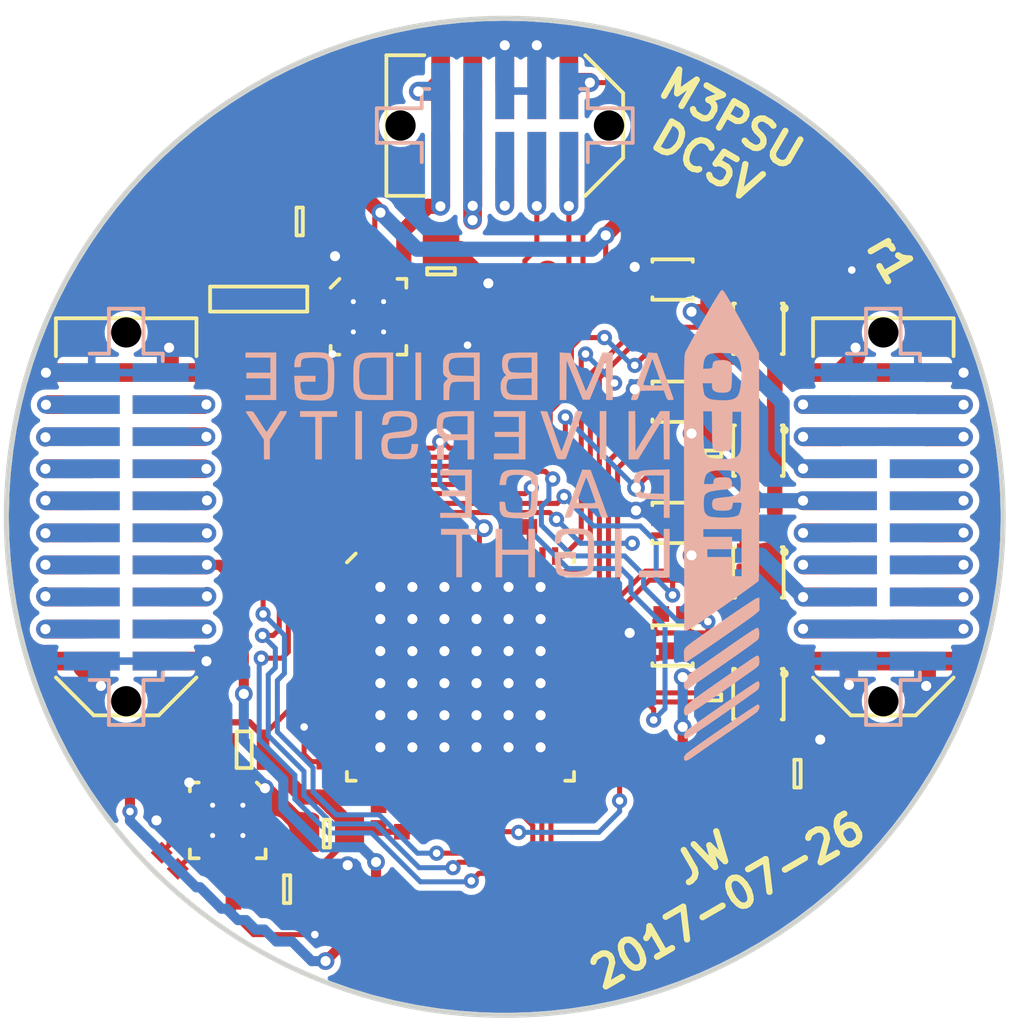
<source format=kicad_pcb>
(kicad_pcb (version 20221018) (generator pcbnew)
  (title_block (title "M3PSU - DC/DC 5V Board") (date "2017-02-28") (rev "1") (company "CU Spaceflight") (comment 1 "Drawn by: Jamie Wood"))
  (layers (0 "F.Cu" signal) (31 "B.Cu" signal) (34 "B.Paste" user) (35 "F.Paste" user) (36 "B.SilkS" user "B.Silkscreen") (37 "F.SilkS" user "F.Silkscreen") (38 "B.Mask" user) (39 "F.Mask" user) (44 "Edge.Cuts" user))
  (net 0 "")
  (net 1 "GND")
  (net 2 "Net-(C2-Pad2)")
  (net 3 "Net-(C3-Pad2)")
  (net 4 "VCC")
  (net 5 "Net-(IC1-Pad32)")
  (net 6 "/JTMS")
  (net 7 "/3v3_RADIO")
  (net 8 "/JTCK")
  (net 9 "/3v3_FC")
  (net 10 "/3v3_PYRO")
  (net 11 "/JTDR")
  (net 12 "/3v3_DL")
  (net 13 "/RSVD1")
  (net 14 "/3v3_AUX1")
  (net 15 "/3v3_AUX2")
  (net 16 "/CAN-")
  (net 17 "/RSVD2")
  (net 18 "/CAN+")
  (net 19 "/JTDI")
  (net 20 "/VBATT")
  (net 21 "3v3")
  (net 22 "/PYRO_SO")
  (net 23 "/PYRO_SI")
  (net 24 "/5v_RADIO")
  (net 25 "/PYRO1")
  (net 26 "/PYRO2")
  (net 27 "/PYRO3")
  (net 28 "/5v_AUX2")
  (net 29 "/PYRO4")
  (net 30 "/5v_CAM")
  (net 31 "/PWR")
  (net 32 "/CHARGE")
  (net 33 "/5v_IMU")
  (net 34 "/5v_AUX1")
  (net 35 "/3v3_IMU")
  (net 36 "/5v_CAN")
  (net 37 "/SDA")
  (net 38 "/SCL")
  (net 39 "/~{ALERT}")
  (net 40 "Net-(IC1-Pad24)")
  (net 41 "/ISNS0+")
  (net 42 "/VEN_0")
  (net 43 "/VEN_1")
  (net 44 "/VEN_2")
  (net 45 "/VEN_3")
  (net 46 "Net-(IC1-Pad22)")
  (net 47 "Net-(IC1-Pad23)")
  (net 48 "Net-(IC1-Pad25)")
  (net 49 "Net-(IC1-Pad26)")
  (net 50 "Net-(IC1-Pad33)")
  (net 51 "Net-(C4-Pad1)")
  (net 52 "Net-(C4-Pad2)")
  (net 53 "/ISNS1+")
  (net 54 "/ISNS2+")
  (net 55 "/ISNS3+")
  (net 56 "/V_DIST")
  (net 57 "Net-(Q1-PadD)")
  (net 58 "Net-(Q2-PadD)")
  (net 59 "Net-(Q3-PadD)")
  (net 60 "Net-(Q4-PadD)")
  (net 61 "Net-(C7-Pad1)")
  (net 62 "Net-(C11-Pad1)")
  (net 63 "Net-(IC2-Pad1)")
  (net 64 "Net-(IC3-Pad1)")
  (net 65 "Net-(IC1-Pad18)")
  (net 66 "/PSU_RSVD")
  (footprint "agg:TFML-110-02-L-D" (layer "F.Cu") (at 85 100 -90)
    (fp_text reference "J1")
    (fp_text value "WEST TOP")
  )
  (footprint "agg:TFML-110-02-L-D" (layer "F.Cu") (at 115 100 -90)
    (fp_text reference "J4")
    (fp_text value "EAST TOP")
  )
  (footprint "agg:TFML-105-02-L-D" (layer "F.Cu") (at 100 84.5)
    (fp_text reference "J3")
    (fp_text value "NORTH TOP")
  )
  (footprint "agg:0805" (layer "F.Cu") (at 97.475 90.275 90)
    (fp_text reference "C5")
    (fp_text value "10u")
  )
  (footprint "agg:0402" (layer "F.Cu") (at 97.425 92.6)
    (fp_text reference "C6")
    (fp_text value "100n")
  )
  (footprint "agg:0402" (layer "F.Cu") (at 97.425 93.8)
    (fp_text reference "C7")
    (fp_text value "3n3")
  )
  (footprint "agg:0805" (layer "F.Cu") (at 91.875 88.3)
    (fp_text reference "C8")
    (fp_text value "22u")
  )
  (footprint "agg:0805" (layer "F.Cu") (at 91.375 114.75)
    (fp_text reference "C9")
    (fp_text value "22u")
  )
  (footprint "agg:0402" (layer "F.Cu") (at 89.25 114.8 -90)
    (fp_text reference "C10")
    (fp_text value "100n")
  )
  (footprint "agg:0402" (layer "F.Cu") (at 86.725 113.625 135)
    (fp_text reference "C11")
    (fp_text value "3n3")
  )
  (footprint "agg:0805" (layer "F.Cu") (at 92.95 112.55 180)
    (fp_text reference "C12")
    (fp_text value "22u")
  )
  (footprint "agg:QFN-16-EP-TI" (layer "F.Cu") (at 94.6 92.075)
    (fp_text reference "IC2")
    (fp_text value "TPS62133")
  )
  (footprint "agg:QFN-16-EP-TI" (layer "F.Cu") (at 89.024307 112.025693 -90)
    (fp_text reference "IC3")
    (fp_text value "TPS62152")
  )
  (footprint "agg:VLS201610HBX-1" (layer "F.Cu") (at 89.674307 109.225693)
    (fp_text reference "L2")
    (fp_text value "3u3")
  )
  (footprint "agg:QFN-64-EP-LTC-UP" (layer "F.Cu") (at 98.245 105.955)
    (fp_text reference "IC1")
    (fp_text value "LTC2975")
  )
  (footprint "agg:0402" (layer "F.Cu") (at 92.85 107.375 90)
    (fp_text reference "C1")
    (fp_text value "100n")
  )
  (footprint "agg:0402" (layer "F.Cu") (at 100.525 100.4)
    (fp_text reference "C2")
    (fp_text value "10n")
  )
  (footprint "agg:0402" (layer "F.Cu") (at 92.85 109.25 90)
    (fp_text reference "C3")
    (fp_text value "100n")
  )
  (footprint "agg:0402" (layer "F.Cu") (at 103.75 106.8 90)
    (fp_text reference "C4")
    (fp_text value "100n")
  )
  (footprint "agg:0402" (layer "F.Cu") (at 98.7 112.025 90)
    (fp_text reference "R2")
    (fp_text value "10k")
  )
  (footprint "agg:0402" (layer "F.Cu") (at 104.1 109.325 180)
    (fp_text reference "R3")
    (fp_text value "10k")
  )
  (footprint "agg:0402" (layer "F.Cu") (at 96.85 112.025 90)
    (fp_text reference "R4")
    (fp_text value "10k")
  )
  (footprint "agg:0402" (layer "F.Cu") (at 104.1 110.275 180)
    (fp_text reference "R5")
    (fp_text value "10k")
  )
  (footprint "agg:0402" (layer "F.Cu") (at 95.925 112.025 90)
    (fp_text reference "R6")
    (fp_text value "10k")
  )
  (footprint "agg:0402" (layer "F.Cu") (at 97.775 112.025 90)
    (fp_text reference "R7")
    (fp_text value "10k")
  )
  (footprint "agg:0402" (layer "F.Cu") (at 99.625 112.025 90)
    (fp_text reference "R8")
    (fp_text value "10k")
  )
  (footprint "agg:0402" (layer "F.Cu") (at 110.25 104.35 180)
    (fp_text reference "R9")
    (fp_text value "33k")
  )
  (footprint "agg:0402" (layer "F.Cu") (at 110.25 99.525 180)
    (fp_text reference "R10")
    (fp_text value "33k")
  )
  (footprint "agg:0402" (layer "F.Cu") (at 110.25 94.7 180)
    (fp_text reference "R11")
    (fp_text value "33k")
  )
  (footprint "agg:0402" (layer "F.Cu") (at 110.25 89.875 180)
    (fp_text reference "R12")
    (fp_text value "33k")
  )
  (footprint "agg:0402" (layer "F.Cu") (at 110.25 105.275 180)
    (fp_text reference "R13")
    (fp_text value "33k")
  )
  (footprint "agg:0402" (layer "F.Cu") (at 110.25 100.45 180)
    (fp_text reference "R14")
    (fp_text value "33k")
  )
  (footprint "agg:0402" (layer "F.Cu") (at 110.25 95.625 180)
    (fp_text reference "R15")
    (fp_text value "33k")
  )
  (footprint "agg:0402" (layer "F.Cu") (at 110.25 90.8 180)
    (fp_text reference "R16")
    (fp_text value "33k")
  )
  (footprint "agg:SON2x2" (layer "F.Cu") (at 110.05 107.025 180)
    (fp_text reference "Q5")
    (fp_text value "PFET_GDS")
  )
  (footprint "agg:0603" (layer "F.Cu") (at 108.25 107.15 -90)
    (fp_text reference "R17")
    (fp_text value "10m")
  )
  (footprint "agg:0603" (layer "F.Cu") (at 108.25 102.325 -90)
    (fp_text reference "R18")
    (fp_text value "10m")
  )
  (footprint "agg:0603" (layer "F.Cu") (at 108.25 97.5 -90)
    (fp_text reference "R19")
    (fp_text value "10m")
  )
  (footprint "agg:0603" (layer "F.Cu") (at 108.25 92.675 -90)
    (fp_text reference "R20")
    (fp_text value "10m")
  )
  (footprint "agg:SON2x2" (layer "F.Cu") (at 110.05 102.204 180)
    (fp_text reference "Q6")
    (fp_text value "PFET_GDS")
  )
  (footprint "agg:SON2x2" (layer "F.Cu") (at 110.05 97.379 180)
    (fp_text reference "Q7")
    (fp_text value "PFET_GDS")
  )
  (footprint "agg:SON2x2" (layer "F.Cu") (at 110.05 92.55 180)
    (fp_text reference "Q8")
    (fp_text value "PFET_GDS")
  )
  (footprint "agg:0402" (layer "F.Cu") (at 95 111.875 90)
    (fp_text reference "R1")
    (fp_text value "5k49")
  )
  (footprint "agg:XFL4020" (layer "F.Cu") (at 90.25 91.375 90)
    (fp_text reference "L1")
    (fp_text value "2u2")
  )
  (footprint "agg:PowerPAK-SC-75-6L-Single" (layer "F.Cu") (at 106.65 105.1 90)
    (fp_text reference "Q1")
    (fp_text value "NFET_GDS")
  )
  (footprint "agg:PowerPAK-SC-75-6L-Single" (layer "F.Cu") (at 106.65 100.24 90)
    (fp_text reference "Q2")
    (fp_text value "NFET_GDS")
  )
  (footprint "agg:PowerPAK-SC-75-6L-Single" (layer "F.Cu") (at 106.65 95.44 90)
    (fp_text reference "Q3")
    (fp_text value "NFET_GDS")
  )
  (footprint "agg:PowerPAK-SC-75-6L-Single" (layer "F.Cu") (at 106.65 90.6 90)
    (fp_text reference "Q4")
    (fp_text value "NFET_GDS")
  )
  (footprint "agg:0402" (layer "F.Cu") (at 106.65 103.85 180)
    (fp_text reference "R21")
    (fp_text value "1M")
  )
  (footprint "agg:0402" (layer "F.Cu") (at 106.65 99 180)
    (fp_text reference "R22")
    (fp_text value "1M")
  )
  (footprint "agg:0402" (layer "F.Cu") (at 106.65 94.2 180)
    (fp_text reference "R23")
    (fp_text value "1M")
  )
  (footprint "agg:0402" (layer "F.Cu") (at 106.65 89.35 180)
    (fp_text reference "R24")
    (fp_text value "1M")
  )
  (footprint "agg:TESTPAD" (layer "F.Cu") (at 100.2 91.6)
    (fp_text reference "TP1" hide)
    (fp_text value "TESTPAD" hide)
  )
  (footprint "agg:TESTPAD" (layer "F.Cu") (at 101.7 90.35)
    (fp_text reference "TP2" hide)
    (fp_text value "TESTPAD" hide)
  )
  (footprint "agg:TESTPAD" (layer "F.Cu") (at 106.45 86.75)
    (fp_text reference "TP3" hide)
    (fp_text value "TESTPAD" hide)
  )
  (footprint "agg:TESTPAD" (layer "F.Cu") (at 112.525 90.225)
    (fp_text reference "TP4" hide)
    (fp_text value "TESTPAD" hide)
  )
  (footprint "agg:0805" (layer "F.Cu") (at 111.6 110.175)
    (fp_text reference "C13")
    (fp_text value "22u")
  )
  (footprint "agg:SFML-110-02-L-D-LC" (layer "B.Cu") (at 85 100 -90)
    (fp_text reference "J2")
    (fp_text value "WEST BOT")
  )
  (footprint "agg:SFML-110-02-L-D-LC" (layer "B.Cu") (at 115 100 -90)
    (fp_text reference "J5")
    (fp_text value "EAST BOT")
  )
  (footprint "agg:SFML-105-02-L-D-LC" (layer "B.Cu") (at 100 84.5)
    (fp_text reference "J6")
    (fp_text value "NORTH BOT")
  )
  (footprint "m3psu:cusf_logo_full" (layer "B.Cu") (at 99.925 100.325 180)
    (fp_text reference "G***" hide)
    (fp_text value "LOGO" hide)
  )
  (gr_circle (center 100 100) (end 119.75 100) (stroke (width 0.2)) (fill none) (layer "Edge.Cuts"))
  (gr_text "JW\n2017-07-26" (at 108.35 114.35 30) (layer "F.SilkS") (effects (font (size 1.2 1.2) (thickness 0.25))))
  (gr_text "r1" (at 115.3 89.775 300) (layer "F.SilkS") (effects (font (size 1.2 1.2) (thickness 0.25))))
  (gr_text "M3PSU\nDC5V" (at 108.5 85.075 330) (layer "F.SilkS") (effects (font (size 1.2 1.2) (thickness 0.25))))
  (segment (start 100.495 102.475) (end 100.09 102.88) (width 0.2) (layer "F.Cu") (net 1))
  (segment (start 105.95 99.25) (end 106.2 99) (width 0.2) (layer "F.Cu") (net 1))
  (segment (start 99.995 110.355) (end 99.995 109.125) (width 0.2) (layer "F.Cu") (net 1))
  (segment (start 95.35 93.475) (end 94.85 93.475) (width 0.2) (layer "F.Cu") (net 1))
  (segment (start 105.95 104.6) (end 105.95 104.55) (width 0.2) (layer "F.Cu") (net 1))
  (segment (start 93.845 102.705) (end 94.995 102.705) (width 0.2) (layer "F.Cu") (net 1))
  (segment (start 92.825 114.75) (end 93.775 113.8) (width 0.6) (layer "F.Cu") (net 1))
  (segment (start 95.495 102.555) (end 95.17 102.88) (width 0.2) (layer "F.Cu") (net 1))
  (segment (start 90.04 116.55) (end 92.475 116.55) (width 0.2) (layer "F.Cu") (net 1))
  (segment (start 93.275 89.675) (end 93.85 89.1) (width 0.6) (layer "F.Cu") (net 1))
  (segment (start 93.85 90.675) (end 93.85 90.25) (width 0.6) (layer "F.Cu") (net 1))
  (segment (start 92.275 114.75) (end 92.825 114.75) (width 0.6) (layer "F.Cu") (net 1))
  (segment (start 112.5 110.175) (end 112.5 108.825) (width 0.6) (layer "F.Cu") (net 1))
  (segment (start 98.25 89.375) (end 98.25 89.65) (width 0.6) (layer "F.Cu") (net 1))
  (segment (start 94.995 109.205) (end 95.17 109.03) (width 0.25) (layer "F.Cu") (net 1))
  (segment (start 102.645 108.705) (end 102.645 108.205) (width 0.2) (layer "F.Cu") (net 1))
  (segment (start 113.285 105.715) (end 116.715 105.715) (width 0.74) (layer "F.Cu") (net 1))
  (segment (start 81.82 94.29) (end 83.28 94.29) (width 0.4) (layer "F.Cu") (net 1))
  (segment (start 93.845 109.205) (end 93.845 109.705) (width 0.25) (layer "F.Cu") (net 1))
  (segment (start 116.715 105.715) (end 116.715 106.685) (width 0.74) (layer "F.Cu") (net 1))
  (segment (start 93.225 88.3) (end 93.85 88.925) (width 0.6) (layer "F.Cu") (net 1))
  (segment (start 89.25 115.76) (end 90.04 116.55) (width 0.2) (layer "F.Cu") (net 1))
  (segment (start 87.624307 112.775693) (end 86.949307 112.775693) (width 0.2) (layer "F.Cu") (net 1))
  (segment (start 95.995 110.355) (end 95.495 110.355) (width 0.2) (layer "F.Cu") (net 1))
  (segment (start 106.59 104.6) (end 105.95 104.6) (width 0.2) (layer "F.Cu") (net 1))
  (segment (start 106.59 94.94) (end 105.95 94.94) (width 0.2) (layer "F.Cu") (net 1))
  (segment (start 100 81.32) (end 100 82.785) (width 0.74) (layer "F.Cu") (net 1))
  (segment (start 94.995 102.705) (end 95.17 102.88) (width 0.2) (layer "F.Cu") (net 1))
  (segment (start 105.95 94.45) (end 106.2 94.2) (width 0.2) (layer "F.Cu") (net 1))
  (segment (start 86.696715 112.523101) (end 86.575 112.401386) (width 0.2) (layer "F.Cu") (net 1))
  (segment (start 105.95 99.74) (end 105.95 99.25) (width 0.2) (layer "F.Cu") (net 1))
  (segment (start 92.775 88.3) (end 93.225 88.3) (width 0.6) (layer "F.Cu") (net 1))
  (segment (start 86.696715 113.016889) (end 86.696715 112.523101) (width 0.2) (layer "F.Cu") (net 1))
  (segment (start 97.475 89.375) (end 98.25 89.375) (width 0.6) (layer "F.Cu") (net 1))
  (segment (start 90.424307 111.525) (end 90.424307 111.275693) (width 0.25) (layer "F.Cu") (net 1))
  (segment (start 105.95 104.3) (end 105.95 104.1) (width 0.2) (layer "F.Cu") (net 1))
  (segment (start 92.85 107.825) (end 92.55 107.825) (width 0.2) (layer "F.Cu") (net 1))
  (segment (start 113.285 94.285) (end 116.715 94.285) (width 0.74) (layer "F.Cu") (net 1))
  (segment (start 92.05 108.749264) (end 92.05 108.325) (width 0.2) (layer "F.Cu") (net 1))
  (segment (start 93.845 109.205) (end 94.995 109.205) (width 0.25) (layer "F.Cu") (net 1))
  (segment (start 101.725 108.205) (end 101.32 107.8) (width 0.2) (layer "F.Cu") (net 1))
  (segment (start 113.9 93.3) (end 113.9 93.67) (width 0.74) (layer "F.Cu") (net 1))
  (segment (start 101.455 106.705) (end 101.32 106.57) (width 0.2) (layer "F.Cu") (net 1))
  (segment (start 118.18 94.29) (end 116.72 94.29) (width 0.74) (layer "F.Cu") (net 1))
  (segment (start 102.645 108.205) (end 102.645 107.705) (width 0.2) (layer "F.Cu") (net 1))
  (segment (start 92.05 112.55) (end 92.05 112.3) (width 0.6) (layer "F.Cu") (net 1))
  (segment (start 101.495 101.555) (end 101.495 102.705) (width 0.2) (layer "F.Cu") (net 1))
  (segment (start 92.05 112.3) (end 90.5 110.75) (width 0.6) (layer "F.Cu") (net 1))
  (segment (start 95.995 109.435) (end 96.4 109.03) (width 0.2) (layer "F.Cu") (net 1))
  (segment (start 100.495 101.555) (end 100.495 102.475) (width 0.2) (layer "F.Cu") (net 1))
  (segment (start 83.285 94.285) (end 86.715 94.285) (width 0.74) (layer "F.Cu") (net 1))
  (segment (start 105.95 104.6) (end 104.95 104.6) (width 0.2) (layer "F.Cu") (net 1))
  (segment (start 92.34 109.7) (end 92.05 109.41) (width 0.2) (layer "F.Cu") (net 1))
  (segment (start 102.645 108.205) (end 101.725 108.205) (width 0.2) (layer "F.Cu") (net 1))
  (segment (start 105.95 94.94) (end 105.95 94.45) (width 0.2) (layer "F.Cu") (net 1))
  (segment (start 105.16 94.94) (end 105.15 94.95) (width 0.2) (layer "F.Cu") (net 1))
  (segment (start 94.495 101.555) (end 94.495 102.205) (width 0.2) (layer "F.Cu") (net 1))
  (segment (start 105.95 104.1) (end 106.2 103.85) (width 0.2) (layer "F.Cu") (net 1))
  (segment (start 93.85 90.25) (end 93.275 89.675) (width 0.6) (layer "F.Cu") (net 1))
  (segment (start 90.424307 111.775693) (end 90.424307 111.525) (width 0.25) (layer "F.Cu") (net 1))
  (segment (start 96.495 102.785) (end 96.4 102.88) (width 0.2) (layer "F.Cu") (net 1))
  (segment (start 113.9 93.67) (end 113.285 94.285) (width 0.74) (layer "F.Cu") (net 1))
  (segment (start 86.949307 112.775693) (end 86.575 112.401386) (width 0.2) (layer "F.Cu") (net 1))
  (segment (start 106.59 99.74) (end 105.95 99.74) (width 0.2) (layer "F.Cu") (net 1))
  (segment (start 113.64 106.07) (end 113.285 105.715) (width 0.6) (layer "F.Cu") (net 1))
  (segment (start 96.495 110.355) (end 95.995 110.355) (width 0.2) (layer "F.Cu") (net 1))
  (segment (start 83.285 105.715) (end 83.285 105.985) (width 0.74) (layer "F.Cu") (net 1))
  (segment (start 105.95 99.74) (end 105.21 99.74) (width 0.2) (layer "F.Cu") (net 1))
  (segment (start 96.495 101.555) (end 96.495 102.785) (width 0.2) (layer "F.Cu") (net 1))
  (segment (start 86.715 93.315) (end 86.7 93.3) (width 0.74) (layer "F.Cu") (net 1))
  (segment (start 97.875 92.6) (end 97.875 93.2) (width 0.2) (layer "F.Cu") (net 1))
  (segment (start 95.995 110.355) (end 95.995 109.435) (width 0.2) (layer "F.Cu") (net 1))
  (segment (start 101.495 102.705) (end 101.32 102.88) (width 0.2) (layer "F.Cu") (net 1))
  (segment (start 100.075 100.633002) (end 100.075 100.4) (width 0.25) (layer "F.Cu") (net 1))
  (segment (start 87.624307 111.275693) (end 87.624307 111.775693) (width 0.25) (layer "F.Cu") (net 1))
  (segment (start 93.85 89.1) (end 93.85 88.925) (width 0.6) (layer "F.Cu") (net 1))
  (segment (start 93.85 93.475) (end 93.25 93.475) (width 0.2) (layer "F.Cu") (net 1))
  (segment (start 87.624307 110.650693) (end 87.499307 110.525693) (width 0.25) (layer "F.Cu") (net 1))
  (segment (start 116.72 94.29) (end 116.715 94.285) (width 0.74) (layer "F.Cu") (net 1))
  (segment (start 95.495 101.555) (end 95.495 102.555) (width 0.2) (layer "F.Cu") (net 1))
  (segment (start 101.27 82.785) (end 101.27 81.32) (width 0.74) (layer "F.Cu") (net 1))
  (segment (start 83.285 105.985) (end 84 106.7) (width 0.74) (layer "F.Cu") (net 1))
  (segment (start 92.85 109.7) (end 92.34 109.7) (width 0.2) (layer "F.Cu") (net 1))
  (segment (start 100.495 101.053002) (end 100.075 100.633002) (width 0.25) (layer "F.Cu") (net 1))
  (segment (start 93.25 93.475) (end 93.175 93.55) (width 0.2) (layer "F.Cu") (net 1))
  (segment (start 86.406802 113.306802) (end 86.696715 113.016889) (width 0.2) (layer "F.Cu") (net 1))
  (segment (start 105.95 104.6) (end 105.95 104.3) (width 0.2) (layer "F.Cu") (net 1))
  (segment (start 86.575 112.401386) (end 86.199307 112.025693) (width 0.2) (layer "F.Cu") (net 1))
  (segment (start 83.28 94.29) (end 83.285 94.285) (width 0.4) (layer "F.Cu") (net 1))
  (segment (start 113.64 106.66) (end 113.64 106.07) (width 0.6) (layer "F.Cu") (net 1))
  (segment (start 100.495 101.555) (end 100.495 101.053002) (width 0.25) (layer "F.Cu") (net 1))
  (segment (start 98.25 89.65) (end 99.35 90.75) (width 0.6) (layer "F.Cu") (net 1))
  (segment (start 90.424307 111.525) (end 90.699307 111.25) (width 0.25) (layer "F.Cu") (net 1))
  (segment (start 92.55 107.825) (end 92.05 108.325) (width 0.2) (layer "F.Cu") (net 1))
  (segment (start 88.175 105.715) (end 88.18 105.72) (width 0.4) (layer "F.Cu") (net 1))
  (segment (start 86.715 94.285) (end 86.715 93.315) (width 0.74) (layer "F.Cu") (net 1))
  (segment (start 99.495 110.355) (end 99.995 110.355) (width 0.25) (layer "F.Cu") (net 1))
  (segment (start 94.35 93.475) (end 94.85 93.475) (width 0.2) (layer "F.Cu") (net 1))
  (segment (start 106.59 90.1) (end 105.95 90.1) (width 0.2) (layer "F.Cu") (net 1))
  (segment (start 102.645 106.705) (end 101.455 106.705) (width 0.2) (layer "F.Cu") (net 1))
  (segment (start 92.05 109.41) (end 92.05 108.749264) (width 0.2) (layer "F.Cu") (net 1))
  (segment (start 94.495 102.205) (end 95.17 102.88) (width 0.2) (layer "F.Cu") (net 1))
  (segment (start 93.85 90.675) (end 94.35 90.675) (width 0.2) (layer "F.Cu") (net 1))
  (segment (start 105.95 89.6) (end 106.2 89.35) (width 0.2) (layer "F.Cu") (net 1))
  (segment (start 93.85 88.925) (end 93.85 90.675) (width 0.6) (layer "F.Cu") (net 1))
  (segment (start 112.525 90.225) (end 113.75 90.225) (width 0.2) (layer "F.Cu") (net 1))
  (segment (start 96.995 101.555) (end 96.495 101.555) (width 0.2) (layer "F.Cu") (net 1))
  (segment (start 89.024307 112.025693) (end 89.274307 111.775693) (width 0.2) (layer "F.Cu") (net 1))
  (segment (start 94.35 93.475) (end 93.85 93.475) (width 0.2) (layer "F.Cu") (net 1))
  (segment (start 116.715 106.685) (end 116.7 106.7) (width 0.74) (layer "F.Cu") (net 1))
  (segment (start 97.875 93.2) (end 98.525 93.2) (width 0.2) (layer "F.Cu") (net 1))
  (segment (start 105.95 90.1) (end 105.15 90.1) (width 0.2) (layer "F.Cu") (net 1))
  (segment (start 102.645 109.205) (end 102.645 108.705) (width 0.25) (layer "F.Cu") (net 1))
  (segment (start 99.995 109.125) (end 100.09 109.03) (width 0.2) (layer "F.Cu") (net 1))
  (segment (start 105.21 99.74) (end 105.2 99.75) (width 0.2) (layer "F.Cu") (net 1))
  (segment (start 105.95 94.94) (end 105.16 94.94) (width 0.2) (layer "F.Cu") (net 1))
  (segment (start 93.85 90.675) (end 93.85 90.5) (width 0.2) (layer "F.Cu") (net 1))
  (segment (start 87.624307 111.275693) (end 87.624307 110.650693) (width 0.25) (layer "F.Cu") (net 1))
  (segment (start 89.25 115.25) (end 89.25 115.76) (width 0.2) (layer "F.Cu") (net 1))
  (segment (start 97.875 93.2) (end 97.875 93.8) (width 0.2) (layer "F.Cu") (net 1))
  (segment (start 105.95 90.1) (end 105.95 89.6) (width 0.2) (layer "F.Cu") (net 1))
  (via (at 86.7 93.3) (size 0.7) (drill 0.4) (layers "F.Cu" "B.Cu") (net 1))
  (via (at 87.499307 110.525693) (size 0.7) (drill 0.4) (layers "F.Cu" "B.Cu") (net 1))
  (via (at 101.27 81.32) (size 0.7) (drill 0.4) (layers "F.Cu" "B.Cu") (net 1))
  (via (at 84 106.7) (size 0.7) (drill 0.4) (layers "F.Cu" "B.Cu") (net 1))
  (via (at 105.2 99.75) (size 0.7) (drill 0.4) (layers "F.Cu" "B.Cu") (net 1))
  (via (at 100 81.32) (size 0.7) (drill 0.4) (layers "F.Cu" "B.Cu") (net 1))
  (via (at 113.75 90.225) (size 0.6) (drill 0.3) (layers "F.Cu" "B.Cu") (net 1))
  (via (at 113.9 93.3) (size 0.7) (drill 0.4) (layers "F.Cu" "B.Cu") (net 1))
  (via (at 105.15 94.95) (size 0.7) (drill 0.4) (layers "F.Cu" "B.Cu") (net 1))
  (via (at 93.275 89.675) (size 0.7) (drill 0.4) (layers "F.Cu" "B.Cu") (net 1))
  (via (at 113.64 106.66) (size 0.7) (drill 0.4) (layers "F.Cu" "B.Cu") (net 1))
  (via (at 93.175 93.55) (size 0.6) (drill 0.3) (layers "F.Cu" "B.Cu") (net 1))
  (via (at 105.15 90.1) (size 0.7) (drill 0.4) (layers "F.Cu" "B.Cu") (net 1))
  (via (at 99.35 90.75) (size 0.7) (drill 0.4) (layers "F.Cu" "B.Cu") (net 1))
  (via (at 98.525 93.2) (size 0.6) (drill 0.3) (layers "F.Cu" "B.Cu") (net 1))
  (via (at 92.05 108.325) (size 0.6) (drill 0.3) (layers "F.Cu" "B.Cu") (net 1))
  (via (at 88.18 105.72) (size 0.7) (drill 0.4) (layers "F.Cu" "B.Cu") (net 1))
  (via (at 118.18 94.29) (size 0.7) (drill 0.4) (layers "F.Cu" "B.Cu") (net 1))
  (via (at 81.82 94.29) (size 0.7) (drill 0.4) (layers "F.Cu" "B.Cu") (net 1))
  (via (at 86.199307 112.025693) (size 0.7) (drill 0.4) (layers "F.Cu" "B.Cu") (net 1))
  (via (at 90.5 110.75) (size 0.7) (drill 0.4) (layers "F.Cu" "B.Cu") (net 1))
  (via (at 116.7 106.7) (size 0.7) (drill 0.4) (layers "F.Cu" "B.Cu") (net 1))
  (via (at 93.775 113.8) (size 0.7) (drill 0.4) (layers "F.Cu" "B.Cu") (net 1))
  (via (at 92.475 116.55) (size 0.6) (drill 0.3) (layers "F.Cu" "B.Cu") (net 1))
  (via (at 104.95 104.6) (size 0.7) (drill 0.4) (layers "F.Cu" "B.Cu") (net 1))
  (via (at 112.5 108.825) (size 0.7) (drill 0.4) (layers "F.Cu" "B.Cu") (net 1))
  (segment (start 83.63 105.72) (end 83.635 105.715) (width 0.4) (layer "B.Cu") (net 1))
  (segment (start 118.175 94.285) (end 118.18 94.29) (width 0.74) (layer "B.Cu") (net 1))
  (segment (start 101.27 81.32) (end 101.27 83.135) (width 0.74) (layer "B.Cu") (net 1))
  (segment (start 113.635 106.655) (end 113.64 106.66) (width 0.74) (layer "B.Cu") (net 1))
  (segment (start 116.365 94.285) (end 118.175 94.285) (width 0.74) (layer "B.Cu") (net 1))
  (segment (start 84 106.08) (end 83.635 105.715) (width 0.74) (layer "B.Cu") (net 1))
  (segment (start 81.825 94.285) (end 81.82 94.29) (width 0.4) (layer "B.Cu") (net 1))
  (segment (start 83.635 94.285) (end 81.825 94.285) (width 0.7) (layer "B.Cu") (net 1))
  (segment (start 88.18 105.72) (end 86.37 105.72) (width 0.7) (layer "B.Cu") (net 1))
  (segment (start 86.37 105.72) (end 86.365 105.715) (width 0.4) (layer "B.Cu") (net 1))
  (segment (start 113.635 105.715) (end 113.635 106.655) (width 0.74) (layer "B.Cu") (net 1))
  (segment (start 100 83.135) (end 100 81.32) (width 0.74) (layer "B.Cu") (net 1))
  (segment (start 116.37 105.72) (end 116.365 105.715) (width 0.74) (layer "B.Cu") (net 1))
  (segment (start 84 106.7) (end 84 106.08) (width 0.74) (layer "B.Cu") (net 1))
  (segment (start 100.995 100.42) (end 100.975 100.4) (width 0.25) (layer "F.Cu") (net 2))
  (segment (start 100.995 101.555) (end 100.995 100.42) (width 0.25) (layer "F.Cu") (net 2))
  (segment (start 92.759308 108.660694) (end 92.724307 108.625693) (width 0.25) (layer "F.Cu") (net 3))
  (segment (start 93.845 108.705) (end 92.945 108.705) (width 0.2) (layer "F.Cu") (net 3))
  (segment (start 92.945 108.705) (end 92.85 108.8) (width 0.2) (layer "F.Cu") (net 3))
  (segment (start 93.845 108.205) (end 93.845 108.705) (width 0.2) (layer "F.Cu") (net 3))
  (segment (start 89 113.651386) (end 88.774307 113.425693) (width 0.2) (layer "F.Cu") (net 4))
  (segment (start 97.325 91.325) (end 97.475 91.175) (width 0.2) (layer "F.Cu") (net 4))
  (segment (start 96 88.655026) (end 96.955026 87.7) (width 0.6) (layer "F.Cu") (net 4))
  (segment (start 98.6 91.175) (end 99.275 91.85) (width 0.4) (layer "F.Cu") (net 4))
  (segment (start 99.275 93.95) (end 98.754999 94.470001) (width 0.4) (layer "F.Cu") (net 4))
  (segment (start 96.525 91.15) (end 96 90.625) (width 0.6) (layer "F.Cu") (net 4))
  (segment (start 90.475 114.75) (end 90.475 114.9) (width 0.4) (layer "F.Cu") (net 4))
  (segment (start 90.424307 113.100693) (end 90.099307 113.425693) (width 0.2) (layer "F.Cu") (net 4))
  (segment (start 96.955026 87.7) (end 97.45 87.7) (width 0.6) (layer "F.Cu") (net 4))
  (segment (start 98.754999 94.470001) (end 90.929999 94.470001) (width 0.4) (layer "F.Cu") (net 4))
  (segment (start 96 92.325) (end 96.7 92.325) (width 0.2) (layer "F.Cu") (net 4))
  (segment (start 97.46 86.215) (end 97.46 87.69) (width 0.74) (layer "F.Cu") (net 4))
  (segment (start 97.45 91.15) (end 96.525 91.15) (width 0.6) (layer "F.Cu") (net 4))
  (segment (start 94.9 114.325) (end 94.9 113.675) (width 0.4) (layer "F.Cu") (net 4))
  (segment (start 90.099307 113.425693) (end 89.774307 113.425693) (width 0.2) (layer "F.Cu") (net 4))
  (segment (start 89.25 113.45) (end 89.274307 113.425693) (width 0.25) (layer "F.Cu") (net 4))
  (segment (start 97.46 87.69) (end 97.45 87.7) (width 0.74) (layer "F.Cu") (net 4))
  (segment (start 90.929999 94.470001) (end 89.66001 95.73999) (width 0.4) (layer "F.Cu") (net 4))
  (segment (start 97.475 91.175) (end 97.45 91.15) (width 0.6) (layer "F.Cu") (net 4))
  (segment (start 95.775 90.675) (end 96 90.9) (width 0.2) (layer "F.Cu") (net 4))
  (segment (start 96.7 92.325) (end 96.975 92.6) (width 0.2) (layer "F.Cu") (net 4))
  (segment (start 96 91.325) (end 97.325 91.325) (width 0.2) (layer "F.Cu") (net 4))
  (segment (start 97.46 82.785) (end 97.46 86.215) (width 0.74) (layer "F.Cu") (net 4))
  (segment (start 90.475 113.775) (end 90.125693 113.425693) (width 0.25) (layer "F.Cu") (net 4))
  (segment (start 96 91.325) (end 96 91.825) (width 0.2) (layer "F.Cu") (net 4))
  (segment (start 89.274307 113.425693) (end 89.774307 113.425693) (width 0.2) (layer "F.Cu") (net 4))
  (segment (start 90.125693 113.425693) (end 90.099307 113.425693) (width 0.25) (layer "F.Cu") (net 4))
  (segment (start 90.475 114.75) (end 90.475 113.775) (width 0.25) (layer "F.Cu") (net 4))
  (segment (start 96.575 83.15) (end 97.095 83.15) (width 0.74) (layer "F.Cu") (net 4))
  (segment (start 89.66001 95.73999) (end 89.66001 107.01499) (width 0.4) (layer "F.Cu") (net 4))
  (segment (start 97.095 83.15) (end 97.46 82.785) (width 0.74) (layer "F.Cu") (net 4))
  (segment (start 93.389999 115.835001) (end 94.9 114.325) (width 0.4) (layer "F.Cu") (net 4))
  (segment (start 89.25 114.35) (end 89.25 113.45) (width 0.25) (layer "F.Cu") (net 4))
  (segment (start 90.424307 112.775693) (end 90.424307 113.100693) (width 0.2) (layer "F.Cu") (net 4))
  (segment (start 99.275 91.85) (end 99.275 93.95) (width 0.4) (layer "F.Cu") (net 4))
  (segment (start 96 90.625) (end 96 88.925) (width 0.6) (layer "F.Cu") (net 4))
  (segment (start 90.475 114.9) (end 91.410001 115.835001) (width 0.4) (layer "F.Cu") (net 4))
  (segment (start 88.774307 113.425693) (end 89.274307 113.425693) (width 0.2) (layer "F.Cu") (net 4))
  (segment (start 96 90.9) (end 96 91.325) (width 0.2) (layer "F.Cu") (net 4))
  (segment (start 95.35 90.675) (end 95.775 90.675) (width 0.2) (layer "F.Cu") (net 4))
  (segment (start 97.625 91.175) (end 97.475 91.175) (width 0.4) (layer "F.Cu") (net 4))
  (segment (start 96 88.925) (end 96 88.655026) (width 0.6) (layer "F.Cu") (net 4))
  (segment (start 91.410001 115.835001) (end 93.389999 115.835001) (width 0.4) (layer "F.Cu") (net 4))
  (segment (start 96 91.825) (end 96 92.325) (width 0.2) (layer "F.Cu") (net 4))
  (segment (start 97.475 91.175) (end 98.6 91.175) (width 0.4) (layer "F.Cu") (net 4))
  (via (at 96.575 83.15) (size 0.7) (drill 0.4) (layers "F.Cu" "B.Cu") (net 4))
  (via (at 89.66001 107.01499) (size 0.7) (drill 0.4) (layers "F.Cu" "B.Cu") (net 4))
  (via (at 97.45 87.7) (size 0.7) (drill 0.4) (layers "F.Cu" "B.Cu") (net 4))
  (via (at 94.9 113.675) (size 0.7) (drill 0.4) (layers "F.Cu" "B.Cu") (net 4))
  (segment (start 97.46 83.135) (end 97.46 85.865) (width 0.74) (layer "B.Cu") (net 4))
  (segment (start 94.9 113.675) (end 94.314999 113.089999) (width 0.4) (layer "B.Cu") (net 4))
  (segment (start 91.225 110.424198) (end 89.66001 108.859208) (width 0.4) (layer "B.Cu") (net 4))
  (segment (start 92.789999 113.089999) (end 91.225 111.525) (width 0.4) (layer "B.Cu") (net 4))
  (segment (start 89.66001 108.859208) (end 89.66001 107.01499) (width 0.4) (layer "B.Cu") (net 4))
  (segment (start 94.314999 113.089999) (end 92.789999 113.089999) (width 0.4) (layer "B.Cu") (net 4))
  (segment (start 91.225 111.525) (end 91.225 110.424198) (width 0.4) (layer "B.Cu") (net 4))
  (segment (start 97.46 87.69) (end 97.45 87.7) (width 0.74) (layer "B.Cu") (net 4))
  (segment (start 96.59 83.135) (end 96.575 83.15) (width 0.74) (layer "B.Cu") (net 4))
  (segment (start 97.46 83.135) (end 96.59 83.135) (width 0.74) (layer "B.Cu") (net 4))
  (segment (start 97.46 85.865) (end 97.46 87.69) (width 0.74) (layer "B.Cu") (net 4))
  (segment (start 103.57 110.355) (end 103.65 110.275) (width 0.2) (layer "F.Cu") (net 5))
  (segment (start 101.995 110.355) (end 103.57 110.355) (width 0.2) (layer "F.Cu") (net 5))
  (segment (start 88.18 95.55) (end 86.72 95.55) (width 0.4) (layer "F.Cu") (net 6))
  (segment (start 86.72 95.55) (end 86.715 95.555) (width 0.4) (layer "F.Cu") (net 6))
  (via (at 88.18 95.55) (size 0.7) (drill 0.4) (layers "F.Cu" "B.Cu") (net 6))
  (segment (start 86.365 95.555) (end 88.175 95.555) (width 0.7) (layer "B.Cu") (net 6))
  (segment (start 88.175 95.555) (end 88.18 95.55) (width 0.4) (layer "B.Cu") (net 6))
  (segment (start 81.825 96.825) (end 81.8 96.85) (width 0.74) (layer "F.Cu") (net 7))
  (segment (start 83.285 96.825) (end 81.825 96.825) (width 0.74) (layer "F.Cu") (net 7))
  (via (at 81.8 96.85) (size 0.7) (drill 0.4) (layers "F.Cu" "B.Cu") (net 7))
  (segment (start 83.635 96.825) (end 81.825 96.825) (width 0.74) (layer "B.Cu") (net 7))
  (segment (start 81.825 96.825) (end 81.8 96.85) (width 0.74) (layer "B.Cu") (net 7))
  (segment (start 88.175 96.825) (end 88.18 96.83) (width 0.4) (layer "F.Cu") (net 8))
  (via (at 88.18 96.83) (size 0.7) (drill 0.4) (layers "F.Cu" "B.Cu") (net 8))
  (segment (start 88.18 96.83) (end 86.37 96.83) (width 0.7) (layer "B.Cu") (net 8))
  (segment (start 86.37 96.83) (end 86.365 96.825) (width 0.4) (layer "B.Cu") (net 8))
  (segment (start 81.805 98.095) (end 81.8 98.1) (width 0.74) (layer "F.Cu") (net 9))
  (segment (start 83.285 98.095) (end 81.805 98.095) (width 0.74) (layer "F.Cu") (net 9))
  (via (at 81.8 98.1) (size 0.7) (drill 0.4) (layers "F.Cu" "B.Cu") (net 9))
  (segment (start 83.63 98.1) (end 83.635 98.095) (width 0.74) (layer "B.Cu") (net 9))
  (segment (start 81.8 98.1) (end 83.63 98.1) (width 0.74) (layer "B.Cu") (net 9))
  (segment (start 81.815 99.365) (end 81.8 99.35) (width 0.74) (layer "F.Cu") (net 10))
  (segment (start 83.285 99.365) (end 81.815 99.365) (width 0.74) (layer "F.Cu") (net 10))
  (via (at 81.8 99.35) (size 0.7) (drill 0.4) (layers "F.Cu" "B.Cu") (net 10))
  (segment (start 81.815 99.365) (end 81.8 99.35) (width 0.74) (layer "B.Cu") (net 10))
  (segment (start 83.635 99.365) (end 81.815 99.365) (width 0.74) (layer "B.Cu") (net 10))
  (segment (start 88.185 99.365) (end 88.2 99.35) (width 0.74) (layer "F.Cu") (net 11))
  (segment (start 86.715 99.365) (end 88.185 99.365) (width 0.74) (layer "F.Cu") (net 11))
  (via (at 88.2 99.35) (size 0.7) (drill 0.4) (layers "F.Cu" "B.Cu") (net 11))
  (segment (start 86.365 99.365) (end 88.185 99.365) (width 0.74) (layer "B.Cu") (net 11))
  (segment (start 88.185 99.365) (end 88.2 99.35) (width 0.74) (layer "B.Cu") (net 11))
  (segment (start 83.285 100.635) (end 81.815 100.635) (width 0.74) (layer "F.Cu") (net 12))
  (segment (start 81.815 100.635) (end 81.8 100.65) (width 0.74) (layer "F.Cu") (net 12))
  (via (at 81.8 100.65) (size 0.7) (drill 0.4) (layers "F.Cu" "B.Cu") (net 12))
  (segment (start 83.635 100.635) (end 81.815 100.635) (width 0.74) (layer "B.Cu") (net 12))
  (segment (start 81.815 100.635) (end 81.8 100.65) (width 0.74) (layer "B.Cu") (net 12))
  (segment (start 86.715 100.635) (end 88.185 100.635) (width 0.74) (layer "F.Cu") (net 13))
  (segment (start 88.185 100.635) (end 88.2 100.65) (width 0.74) (layer "F.Cu") (net 13))
  (via (at 88.2 100.65) (size 0.7) (drill 0.4) (layers "F.Cu" "B.Cu") (net 13))
  (segment (start 88.185 100.635) (end 88.2 100.65) (width 0.74) (layer "B.Cu") (net 13))
  (segment (start 86.365 100.635) (end 88.185 100.635) (width 0.74) (layer "B.Cu") (net 13))
  (segment (start 83.285 101.905) (end 81.805 101.905) (width 0.74) (layer "F.Cu") (net 14))
  (segment (start 81.805 101.905) (end 81.8 101.9) (width 0.74) (layer "F.Cu") (net 14))
  (via (at 81.8 101.9) (size 0.7) (drill 0.4) (layers "F.Cu" "B.Cu") (net 14))
  (segment (start 81.805 101.905) (end 81.8 101.9) (width 0.74) (layer "B.Cu") (net 14))
  (segment (start 83.635 101.905) (end 81.805 101.905) (width 0.74) (layer "B.Cu") (net 14))
  (segment (start 81.825 103.175) (end 81.8 103.15) (width 0.74) (layer "F.Cu") (net 15))
  (segment (start 83.285 103.175) (end 81.825 103.175) (width 0.74) (layer "F.Cu") (net 15))
  (via (at 81.8 103.15) (size 0.7) (drill 0.4) (layers "F.Cu" "B.Cu") (net 15))
  (segment (start 83.635 103.175) (end 81.825 103.175) (width 0.74) (layer "B.Cu") (net 15))
  (segment (start 81.825 103.175) (end 81.8 103.15) (width 0.74) (layer "B.Cu") (net 15))
  (segment (start 86.715 103.175) (end 88.175 103.175) (width 0.74) (layer "F.Cu") (net 16))
  (segment (start 88.175 103.175) (end 88.2 103.15) (width 0.74) (layer "F.Cu") (net 16))
  (via (at 88.2 103.15) (size 0.7) (drill 0.4) (layers "F.Cu" "B.Cu") (net 16))
  (segment (start 86.365 103.175) (end 88.175 103.175) (width 0.74) (layer "B.Cu") (net 16))
  (segment (start 88.175 103.175) (end 88.2 103.15) (width 0.74) (layer "B.Cu") (net 16))
  (segment (start 83.28 104.45) (end 83.285 104.445) (width 0.74) (layer "F.Cu") (net 17))
  (segment (start 81.8 104.45) (end 83.28 104.45) (width 0.74) (layer "F.Cu") (net 17))
  (via (at 81.8 104.45) (size 0.7) (drill 0.4) (layers "F.Cu" "B.Cu") (net 17))
  (segment (start 83.635 104.445) (end 81.805 104.445) (width 0.74) (layer "B.Cu") (net 17))
  (segment (start 81.805 104.445) (end 81.8 104.45) (width 0.74) (layer "B.Cu") (net 17))
  (segment (start 86.715 104.445) (end 88.195 104.445) (width 0.74) (layer "F.Cu") (net 18))
  (segment (start 88.195 104.445) (end 88.2 104.45) (width 0.74) (layer "F.Cu") (net 18))
  (via (at 88.2 104.45) (size 0.7) (drill 0.4) (layers "F.Cu" "B.Cu") (net 18))
  (segment (start 86.365 104.445) (end 88.195 104.445) (width 0.74) (layer "B.Cu") (net 18))
  (segment (start 88.195 104.445) (end 88.2 104.45) (width 0.74) (layer "B.Cu") (net 18))
  (segment (start 86.72 98.1) (end 86.715 98.095) (width 0.4) (layer "F.Cu") (net 19))
  (segment (start 88.18 98.1) (end 86.72 98.1) (width 0.4) (layer "F.Cu") (net 19))
  (via (at 88.18 98.1) (size 0.7) (drill 0.4) (layers "F.Cu" "B.Cu") (net 19))
  (segment (start 86.365 98.095) (end 88.175 98.095) (width 0.7) (layer "B.Cu") (net 19))
  (segment (start 88.175 98.095) (end 88.18 98.1) (width 0.4) (layer "B.Cu") (net 19))
  (segment (start 98.725 88.25) (end 98.725 87.685) (width 0.74) (layer "F.Cu") (net 20))
  (segment (start 98.725 87.685) (end 98.73 87.68) (width 0.74) (layer "F.Cu") (net 20))
  (segment (start 98.73 86.215) (end 98.73 87.68) (width 0.74) (layer "F.Cu") (net 20))
  (segment (start 98.73 82.785) (end 98.73 86.215) (width 0.74) (layer "F.Cu") (net 20))
  (via (at 98.73 87.68) (size 0.7) (drill 0.4) (layers "F.Cu" "B.Cu") (net 20))
  (via (at 98.725 88.25) (size 0.7) (drill 0.4) (layers "F.Cu" "B.Cu") (net 20))
  (segment (start 98.73 85.865) (end 98.73 83.135) (width 0.74) (layer "B.Cu") (net 20))
  (segment (start 98.73 87.68) (end 98.73 85.865) (width 0.74) (layer "B.Cu") (net 20))
  (segment (start 98.725 83.13) (end 98.73 83.135) (width 0.74) (layer "B.Cu") (net 20))
  (segment (start 90.424307 109.399307) (end 91.275 110.25) (width 0.6) (layer "F.Cu") (net 21))
  (segment (start 86.864306 109.722692) (end 88.446306 108.140692) (width 0.25) (layer "F.Cu") (net 21))
  (segment (start 90.862309 112.275693) (end 91.05 112.463384) (width 0.25) (layer "F.Cu") (net 21))
  (segment (start 99.625 112.475) (end 100.525 112.475) (width 0.2) (layer "F.Cu") (net 21))
  (segment (start 90.424307 109.225693) (end 90.424307 109.399307) (width 0.6) (layer "F.Cu") (net 21))
  (segment (start 88.446306 108.140692) (end 89.889306 108.140692) (width 0.25) (layer "F.Cu") (net 21))
  (segment (start 93.153002 111.525) (end 93.15 111.525) (width 0.6) (layer "F.Cu") (net 21))
  (segment (start 104.575 109.3) (end 104.55 109.325) (width 0.2) (layer "F.Cu") (net 21))
  (segment (start 92.85 113.7) (end 93.85 112.7) (width 0.25) (layer "F.Cu") (net 21))
  (segment (start 93.13 107.205) (end 92.85 106.925) (width 0.2) (layer "F.Cu") (net 21))
  (segment (start 87.186305 112.275693) (end 86.864306 111.953694) (width 0.25) (layer "F.Cu") (net 21))
  (segment (start 95 112.325) (end 94.075 112.325) (width 0.25) (layer "F.Cu") (net 21))
  (segment (start 92.175 106.925) (end 90.424307 108.675693) (width 0.2) (layer "F.Cu") (net 21))
  (segment (start 91.05 112.463384) (end 91.05 113.4) (width 0.25) (layer "F.Cu") (net 21))
  (segment (start 93.845 107.205) (end 93.845 107.705) (width 0.2) (layer "F.Cu") (net 21))
  (segment (start 93.845 107.205) (end 93.13 107.205) (width 0.2) (layer "F.Cu") (net 21))
  (segment (start 104.55 110.275) (end 104.55 111.25) (width 0.2) (layer "F.Cu") (net 21))
  (segment (start 95.15 112.475) (end 95 112.325) (width 0.25) (layer "F.Cu") (net 21))
  (segment (start 89.889306 108.140692) (end 90.424307 108.675693) (width 0.25) (layer "F.Cu") (net 21))
  (segment (start 95.925 112.475) (end 95.15 112.475) (width 0.25) (layer "F.Cu") (net 21))
  (segment (start 92.025 111.1) (end 92.725 111.1) (width 0.6) (layer "F.Cu") (net 21))
  (segment (start 92.85 106.925) (end 92.73087 106.925) (width 0.2) (layer "F.Cu") (net 21))
  (segment (start 91.275 110.25) (end 91.275 110.35) (width 0.6) (layer "F.Cu") (net 21))
  (segment (start 91.35 113.7) (end 92.85 113.7) (width 0.25) (layer "F.Cu") (net 21))
  (segment (start 91.275 110.35) (end 92.025 111.1) (width 0.6) (layer "F.Cu") (net 21))
  (segment (start 93.845 107.205) (end 93.845 106.705) (width 0.2) (layer "F.Cu") (net 21))
  (segment (start 98.7 112.475) (end 99.625 112.475) (width 0.2) (layer "F.Cu") (net 21))
  (segment (start 94.075 112.325) (end 93.85 112.55) (width 0.25) (layer "F.Cu") (net 21))
  (segment (start 93.85 112.3) (end 93.85 112.55) (width 0.6) (layer "F.Cu") (net 21))
  (segment (start 87.624307 112.275693) (end 87.186305 112.275693) (width 0.25) (layer "F.Cu") (net 21))
  (segment (start 104.55 109.325) (end 104.55 110.275) (width 0.2) (layer "F.Cu") (net 21))
  (segment (start 92.85 106.925) (end 92.175 106.925) (width 0.2) (layer "F.Cu") (net 21))
  (segment (start 93.85 112.221998) (end 93.153002 111.525) (width 0.6) (layer "F.Cu") (net 21))
  (segment (start 86.864306 111.953694) (end 86.864306 109.722692) (width 0.25) (layer "F.Cu") (net 21))
  (segment (start 93.85 112.7) (end 93.85 112.55) (width 0.25) (layer "F.Cu") (net 21))
  (segment (start 96.85 112.475) (end 97.775 112.475) (width 0.2) (layer "F.Cu") (net 21))
  (segment (start 93.15 111.525) (end 92.725 111.1) (width 0.6) (layer "F.Cu") (net 21))
  (segment (start 91.05 113.4) (end 91.35 113.7) (width 0.25) (layer "F.Cu") (net 21))
  (segment (start 100.525 112.475) (end 100.55 112.5) (width 0.2) (layer "F.Cu") (net 21))
  (segment (start 90.424307 108.675693) (end 90.424307 109.225693) (width 0.2) (layer "F.Cu") (net 21))
  (segment (start 90.424307 112.275693) (end 90.862309 112.275693) (width 0.25) (layer "F.Cu") (net 21))
  (segment (start 95.925 112.475) (end 96.85 112.475) (width 0.2) (layer "F.Cu") (net 21))
  (segment (start 93.85 112.55) (end 93.85 112.221998) (width 0.6) (layer "F.Cu") (net 21))
  (segment (start 97.775 112.475) (end 98.7 112.475) (width 0.2) (layer "F.Cu") (net 21))
  (via (at 100.55 112.5) (size 0.6) (drill 0.3) (layers "F.Cu" "B.Cu") (net 21))
  (via (at 104.55 111.25) (size 0.6) (drill 0.3) (layers "F.Cu" "B.Cu") (net 21))
  (segment (start 103.724264 112.5) (end 102.65 112.5) (width 0.2) (layer "B.Cu") (net 21))
  (segment (start 104.55 111.674264) (end 103.724264 112.5) (width 0.2) (layer "B.Cu") (net 21))
  (segment (start 104.55 111.25) (end 104.55 111.674264) (width 0.2) (layer "B.Cu") (net 21))
  (segment (start 100.55 112.5) (end 102.65 112.5) (width 0.2) (layer "B.Cu") (net 21))
  (segment (start 113.285 95.555) (end 116.715 95.555) (width 0.74) (layer "F.Cu") (net 22))
  (segment (start 113.285 95.555) (end 111.825 95.555) (width 0.74) (layer "F.Cu") (net 22))
  (segment (start 116.715 95.555) (end 118.175 95.555) (width 0.74) (layer "F.Cu") (net 22))
  (segment (start 118.175 95.555) (end 118.18 95.56) (width 0.74) (layer "F.Cu") (net 22))
  (segment (start 111.825 95.555) (end 111.82 95.55) (width 0.74) (layer "F.Cu") (net 22))
  (via (at 118.18 95.56) (size 0.7) (drill 0.4) (layers "F.Cu" "B.Cu") (net 22))
  (via (at 111.82 95.55) (size 0.7) (drill 0.4) (layers "F.Cu" "B.Cu") (net 22))
  (segment (start 116.365 95.555) (end 113.635 95.555) (width 0.74) (layer "B.Cu") (net 22))
  (segment (start 111.82 95.55) (end 113.63 95.55) (width 0.74) (layer "B.Cu") (net 22))
  (segment (start 118.18 95.56) (end 116.37 95.56) (width 0.74) (layer "B.Cu") (net 22))
  (segment (start 113.63 95.55) (end 113.635 95.555) (width 0.74) (layer "B.Cu") (net 22))
  (segment (start 116.37 95.56) (end 116.365 95.555) (width 0.74) (layer "B.Cu") (net 22))
  (segment (start 116.72 96.83) (end 116.715 96.825) (width 0.74) (layer "F.Cu") (net 23))
  (segment (start 116.715 96.825) (end 113.285 96.825) (width 0.74) (layer "F.Cu") (net 23))
  (segment (start 113.28 96.83) (end 113.285 96.825) (width 0.74) (layer "F.Cu") (net 23))
  (segment (start 111.82 96.83) (end 113.28 96.83) (width 0.74) (layer "F.Cu") (net 23))
  (segment (start 118.18 96.83) (end 116.72 96.83) (width 0.74) (layer "F.Cu") (net 23))
  (via (at 111.82 96.83) (size 0.7) (drill 0.4) (layers "F.Cu" "B.Cu") (net 23))
  (via (at 118.18 96.83) (size 0.7) (drill 0.4) (layers "F.Cu" "B.Cu") (net 23))
  (segment (start 111.825 96.825) (end 111.82 96.83) (width 0.74) (layer "B.Cu") (net 23))
  (segment (start 116.365 96.825) (end 118.175 96.825) (width 0.74) (layer "B.Cu") (net 23))
  (segment (start 113.635 96.825) (end 116.365 96.825) (width 0.74) (layer "B.Cu") (net 23))
  (segment (start 113.635 96.825) (end 111.825 96.825) (width 0.74) (layer "B.Cu") (net 23))
  (segment (start 118.175 96.825) (end 118.18 96.83) (width 0.74) (layer "B.Cu") (net 23))
  (segment (start 108.25 92.425) (end 108.25 91.875) (width 0.2) (layer "F.Cu") (net 24))
  (segment (start 108.185009 92.489991) (end 108.25 92.425) (width 0.2) (layer "F.Cu") (net 24))
  (segment (start 103.38999 102.01001) (end 103.38999 94.348077) (width 0.2) (layer "F.Cu") (net 24))
  (segment (start 103.38999 94.348077) (end 103.638068 94.1) (width 0.2) (layer "F.Cu") (net 24))
  (segment (start 102.645 102.205) (end 103.195 102.205) (width 0.2) (layer "F.Cu") (net 24))
  (segment (start 113.285 98.095) (end 111.825 98.095) (width 0.74) (layer "F.Cu") (net 24))
  (segment (start 111.825 98.095) (end 111.82 98.09) (width 0.74) (layer "F.Cu") (net 24))
  (segment (start 103.638068 94.1) (end 105.248077 92.489991) (width 0.2) (layer "F.Cu") (net 24))
  (segment (start 102.645 102.18) (end 102.645 102.205) (width 0.2) (layer "F.Cu") (net 24))
  (segment (start 103.195 102.205) (end 103.38999 102.01001) (width 0.2) (layer "F.Cu") (net 24))
  (segment (start 105.248077 92.489991) (end 108.185009 92.489991) (width 0.2) (layer "F.Cu") (net 24))
  (segment (start 108.25 91.875) (end 107.4 91.875) (width 0.6) (layer "F.Cu") (net 24))
  (via (at 107.4 91.875) (size 0.7) (drill 0.4) (layers "F.Cu" "B.Cu") (net 24))
  (via (at 111.82 98.09) (size 0.7) (drill 0.4) (layers "F.Cu" "B.Cu") (net 24))
  (segment (start 111.82 98.09) (end 113.63 98.09) (width 0.74) (layer "B.Cu") (net 24))
  (segment (start 111.470001 97.740001) (end 111.82 98.09) (width 0.6) (layer "B.Cu") (net 24))
  (segment (start 107.4 91.875) (end 110.989991 95.464991) (width 0.6) (layer "B.Cu") (net 24))
  (segment (start 110.989991 95.464991) (end 110.989991 97.259991) (width 0.6) (layer "B.Cu") (net 24))
  (segment (start 110.989991 97.259991) (end 111.470001 97.740001) (width 0.6) (layer "B.Cu") (net 24))
  (segment (start 118.175 98.095) (end 118.18 98.09) (width 0.74) (layer "F.Cu") (net 25))
  (segment (start 116.715 98.095) (end 118.175 98.095) (width 0.74) (layer "F.Cu") (net 25))
  (via (at 118.18 98.09) (size 0.7) (drill 0.4) (layers "F.Cu" "B.Cu") (net 25))
  (segment (start 116.37 98.09) (end 116.365 98.095) (width 0.74) (layer "B.Cu") (net 25))
  (segment (start 118.18 98.09) (end 116.37 98.09) (width 0.74) (layer "B.Cu") (net 25))
  (segment (start 116.72 99.36) (end 116.715 99.365) (width 0.74) (layer "F.Cu") (net 26))
  (segment (start 118.18 99.36) (end 116.72 99.36) (width 0.74) (layer "F.Cu") (net 26))
  (via (at 118.18 99.36) (size 0.7) (drill 0.4) (layers "F.Cu" "B.Cu") (net 26))
  (segment (start 118.175 99.365) (end 118.18 99.36) (width 0.74) (layer "B.Cu") (net 26))
  (segment (start 116.365 99.365) (end 118.175 99.365) (width 0.74) (layer "B.Cu") (net 26))
  (segment (start 116.715 100.635) (end 118.175 100.635) (width 0.74) (layer "F.Cu") (net 27))
  (segment (start 118.175 100.635) (end 118.18 100.63) (width 0.74) (layer "F.Cu") (net 27))
  (via (at 118.18 100.63) (size 0.7) (drill 0.4) (layers "F.Cu" "B.Cu") (net 27))
  (segment (start 116.37 100.63) (end 116.365 100.635) (width 0.74) (layer "B.Cu") (net 27))
  (segment (start 118.18 100.63) (end 116.37 100.63) (width 0.74) (layer "B.Cu") (net 27))
  (segment (start 113.285 101.905) (end 111.825 101.905) (width 0.74) (layer "F.Cu") (net 28))
  (segment (start 111.825 101.905) (end 111.82 101.9) (width 0.74) (layer "F.Cu") (net 28))
  (via (at 111.82 101.9) (size 0.7) (drill 0.4) (layers "F.Cu" "B.Cu") (net 28))
  (segment (start 111.82 101.9) (end 113.63 101.9) (width 0.74) (layer "B.Cu") (net 28))
  (segment (start 116.72 101.9) (end 116.715 101.905) (width 0.74) (layer "F.Cu") (net 29))
  (segment (start 118.18 101.9) (end 116.72 101.9) (width 0.74) (layer "F.Cu") (net 29))
  (via (at 118.18 101.9) (size 0.7) (drill 0.4) (layers "F.Cu" "B.Cu") (net 29))
  (segment (start 116.365 101.905) (end 118.175 101.905) (width 0.74) (layer "B.Cu") (net 29))
  (segment (start 118.175 101.905) (end 118.18 101.9) (width 0.74) (layer "B.Cu") (net 29))
  (segment (start 111.825 103.175) (end 111.82 103.18) (width 0.74) (layer "F.Cu") (net 30))
  (segment (start 103.522392 104.205) (end 105.577392 102.15) (width 0.2) (layer "F.Cu") (net 30))
  (segment (start 102.645 104.205) (end 103.522392 104.205) (width 0.2) (layer "F.Cu") (net 30))
  (segment (start 108.25 102.075) (end 108.25 101.525) (width 0.2) (layer "F.Cu") (net 30))
  (segment (start 108.175 102.15) (end 108.25 102.075) (width 0.2) (layer "F.Cu") (net 30))
  (segment (start 113.285 103.175) (end 111.825 103.175) (width 0.74) (layer "F.Cu") (net 30))
  (segment (start 105.577392 102.15) (end 108.175 102.15) (width 0.2) (layer "F.Cu") (net 30))
  (segment (start 108.25 101.525) (end 107.4 101.525) (width 0.6) (layer "F.Cu") (net 30))
  (via (at 111.82 103.18) (size 0.7) (drill 0.4) (layers "F.Cu" "B.Cu") (net 30))
  (via (at 107.4 101.525) (size 0.7) (drill 0.4) (layers "F.Cu" "B.Cu") (net 30))
  (segment (start 107.4 101.525) (end 110.165 101.525) (width 0.6) (layer "B.Cu") (net 30))
  (segment (start 111.82 103.18) (end 113.63 103.18) (width 0.74) (layer "B.Cu") (net 30))
  (segment (start 110.165 101.525) (end 111.82 103.18) (width 0.6) (layer "B.Cu") (net 30))
  (segment (start 113.63 103.18) (end 113.635 103.175) (width 0.74) (layer "B.Cu") (net 30))
  (segment (start 118.175 103.175) (end 118.18 103.18) (width 0.74) (layer "F.Cu") (net 31))
  (segment (start 116.715 103.175) (end 118.175 103.175) (width 0.74) (layer "F.Cu") (net 31))
  (via (at 118.18 103.18) (size 0.7) (drill 0.4) (layers "F.Cu" "B.Cu") (net 31))
  (segment (start 118.18 103.18) (end 116.37 103.18) (width 0.74) (layer "B.Cu") (net 31))
  (segment (start 116.37 103.18) (end 116.365 103.175) (width 0.74) (layer "B.Cu") (net 31))
  (segment (start 113.285 104.445) (end 116.715 104.445) (width 0.74) (layer "F.Cu") (net 32))
  (segment (start 113.285 104.445) (end 111.825 104.445) (width 0.74) (layer "F.Cu") (net 32))
  (segment (start 116.72 104.44) (end 116.715 104.445) (width 0.74) (layer "F.Cu") (net 32))
  (segment (start 111.825 104.445) (end 111.82 104.44) (width 0.74) (layer "F.Cu") (net 32))
  (segment (start 118.18 104.44) (end 116.72 104.44) (width 0.74) (layer "F.Cu") (net 32))
  (via (at 111.82 104.44) (size 0.7) (drill 0.4) (layers "F.Cu" "B.Cu") (net 32))
  (via (at 118.18 104.44) (size 0.7) (drill 0.4) (layers "F.Cu" "B.Cu") (net 32))
  (segment (start 116.365 104.445) (end 118.175 104.445) (width 0.74) (layer "B.Cu") (net 32))
  (segment (start 116.365 104.445) (end 113.635 104.445) (width 0.74) (layer "B.Cu") (net 32))
  (segment (start 113.63 104.44) (end 113.635 104.445) (width 0.74) (layer "B.Cu") (net 32))
  (segment (start 118.175 104.445) (end 118.18 104.44) (width 0.74) (layer "B.Cu") (net 32))
  (segment (start 111.82 104.44) (end 113.63 104.44) (width 0.74) (layer "B.Cu") (net 32))
  (segment (start 113.285 99.365) (end 111.825 99.365) (width 0.74) (layer "F.Cu") (net 33))
  (segment (start 104.11001 102.599121) (end 103.504131 103.205) (width 0.2) (layer "F.Cu") (net 33))
  (segment (start 104.11001 97.8) (end 104.11001 102.599121) (width 0.2) (layer "F.Cu") (net 33))
  (segment (start 111.825 99.365) (end 111.82 99.36) (width 0.74) (layer "F.Cu") (net 33))
  (segment (start 108.25 97.225) (end 108.15 97.325) (width 0.2) (layer "F.Cu") (net 33))
  (segment (start 108.25 96.7) (end 107.4 96.7) (width 0.6) (layer "F.Cu") (net 33))
  (segment (start 104.58501 97.325) (end 104.11001 97.8) (width 0.2) (layer "F.Cu") (net 33))
  (segment (start 108.25 96.7) (end 108.25 97.225) (width 0.2) (layer "F.Cu") (net 33))
  (segment (start 108.15 97.325) (end 104.58501 97.325) (width 0.2) (layer "F.Cu") (net 33))
  (segment (start 103.504131 103.205) (end 102.645 103.205) (width 0.2) (layer "F.Cu") (net 33))
  (via (at 107.4 96.7) (size 0.7) (drill 0.4) (layers "F.Cu" "B.Cu") (net 33))
  (via (at 111.82 99.36) (size 0.7) (drill 0.4) (layers "F.Cu" "B.Cu") (net 33))
  (segment (start 111.82 99.36) (end 110.06 99.36) (width 0.6) (layer "B.Cu") (net 33))
  (segment (start 110.06 99.36) (end 107.4 96.7) (width 0.6) (layer "B.Cu") (net 33))
  (segment (start 111.82 99.36) (end 113.63 99.36) (width 0.74) (layer "B.Cu") (net 33))
  (segment (start 113.285 100.635) (end 111.825 100.635) (width 0.74) (layer "F.Cu") (net 34))
  (segment (start 111.825 100.635) (end 111.82 100.64) (width 0.74) (layer "F.Cu") (net 34))
  (via (at 111.82 100.64) (size 0.7) (drill 0.4) (layers "F.Cu" "B.Cu") (net 34))
  (segment (start 111.82 100.64) (end 113.63 100.64) (width 0.74) (layer "B.Cu") (net 34))
  (segment (start 113.63 100.64) (end 113.635 100.635) (width 0.74) (layer "B.Cu") (net 34))
  (segment (start 83.285 95.555) (end 81.825 95.555) (width 0.4) (layer "F.Cu") (net 35))
  (segment (start 81.825 95.555) (end 81.82 95.56) (width 0.4) (layer "F.Cu") (net 35))
  (via (at 81.82 95.56) (size 0.7) (drill 0.4) (layers "F.Cu" "B.Cu") (net 35))
  (segment (start 83.63 95.56) (end 83.635 95.555) (width 0.4) (layer "B.Cu") (net 35))
  (segment (start 81.82 95.56) (end 83.63 95.56) (width 0.7) (layer "B.Cu") (net 35))
  (segment (start 85.15 110.25) (end 89.1 106.3) (width 0.4) (layer "F.Cu") (net 36))
  (segment (start 104.91001 105.650879) (end 104.464131 105.205) (width 0.2) (layer "F.Cu") (net 36))
  (segment (start 102.275 115.275) (end 107.05 110.5) (width 0.4) (layer "F.Cu") (net 36))
  (segment (start 88.694974 101.9) (end 88.2 101.9) (width 0.4) (layer "F.Cu") (net 36))
  (segment (start 85.15 111.675) (end 85.15 110.25) (width 0.4) (layer "F.Cu") (net 36))
  (segment (start 95.225 115.275) (end 102.275 115.275) (width 0.4) (layer "F.Cu") (net 36))
  (segment (start 89.1 102.305026) (end 88.694974 101.9) (width 0.4) (layer "F.Cu") (net 36))
  (segment (start 107.05 110.5) (end 107.05 108.75) (width 0.4) (layer "F.Cu") (net 36))
  (segment (start 88.195 101.905) (end 88.2 101.9) (width 0.74) (layer "F.Cu") (net 36))
  (segment (start 103.195 105.205) (end 102.645 105.205) (width 0.2) (layer "F.Cu") (net 36))
  (segment (start 86.715 101.905) (end 88.195 101.905) (width 0.74) (layer "F.Cu") (net 36))
  (segment (start 92.9 117.6) (end 95.225 115.275) (width 0.4) (layer "F.Cu") (net 36))
  (segment (start 108.175 106.975) (end 105.08413 106.975) (width 0.2) (layer "F.Cu") (net 36))
  (segment (start 105.08413 106.975) (end 104.91001 106.80088) (width 0.2) (layer "F.Cu") (net 36))
  (segment (start 89.1 106.3) (end 89.1 102.305026) (width 0.4) (layer "F.Cu") (net 36))
  (segment (start 107.05 108.324264) (end 107.05 108.75) (width 0.4) (layer "F.Cu") (net 36))
  (segment (start 107.05 108.75) (end 107.05 109.1) (width 0.4) (layer "F.Cu") (net 36))
  (segment (start 104.91001 106.80088) (end 104.91001 105.650879) (width 0.2) (layer "F.Cu") (net 36))
  (segment (start 104.464131 105.205) (end 103.195 105.205) (width 0.2) (layer "F.Cu") (net 36))
  (segment (start 108.25 106.9) (end 108.175 106.975) (width 0.2) (layer "F.Cu") (net 36))
  (segment (start 108.25 106.35) (end 108.25 106.9) (width 0.2) (layer "F.Cu") (net 36))
  (segment (start 107.05 106.35) (end 108.25 106.35) (width 0.4) (layer "F.Cu") (net 36))
  (via (at 88.2 101.9) (size 0.7) (drill 0.4) (layers "F.Cu" "B.Cu") (net 36))
  (via (at 92.9 117.6) (size 0.7) (drill 0.4) (layers "F.Cu" "B.Cu") (net 36))
  (via (at 107.05 108.324264) (size 0.7) (drill 0.4) (layers "F.Cu" "B.Cu") (net 36))
  (via (at 85.15 111.675) (size 0.6) (drill 0.3) (layers "F.Cu" "B.Cu") (net 36))
  (via (at 107.05 106.35) (size 0.7) (drill 0.4) (layers "F.Cu" "B.Cu") (net 36))
  (segment (start 88.775 115.525) (end 88.975 115.525) (width 0.4) (layer "B.Cu") (net 36))
  (segment (start 86.365 101.905) (end 88.195 101.905) (width 0.74) (layer "B.Cu") (net 36))
  (segment (start 87.925 114.675) (end 88.775 115.525) (width 0.4) (layer "B.Cu") (net 36))
  (segment (start 85.15 111.675) (end 85.15 112.05) (width 0.4) (layer "B.Cu") (net 36))
  (segment (start 89.75 115.975) (end 90.125 116.35) (width 0.4) (layer "B.Cu") (net 36))
  (segment (start 90.125 116.35) (end 90.475 116.35) (width 0.4) (layer "B.Cu") (net 36))
  (segment (start 85.15 112.05) (end 87.775 114.675) (width 0.4) (layer "B.Cu") (net 36))
  (segment (start 92.35 117.6) (end 92.9 117.6) (width 0.4) (layer "B.Cu") (net 36))
  (segment (start 90.950001 116.825001) (end 91.575001 116.825001) (width 0.4) (layer "B.Cu") (net 36))
  (segment (start 90.475 116.35) (end 90.950001 116.825001) (width 0.4) (layer "B.Cu") (net 36))
  (segment (start 107.05 107.9) (end 107.05 108.324264) (width 0.4) (layer "B.Cu") (net 36))
  (segment (start 88.195 101.905) (end 88.2 101.9) (width 0.74) (layer "B.Cu") (net 36))
  (segment (start 88.975 115.525) (end 89.425 115.975) (width 0.4) (layer "B.Cu") (net 36))
  (segment (start 107.05 106.35) (end 107.05 107.9) (width 0.4) (layer "B.Cu") (net 36))
  (segment (start 87.775 114.675) (end 87.925 114.675) (width 0.4) (layer "B.Cu") (net 36))
  (segment (start 89.425 115.975) (end 89.75 115.975) (width 0.4) (layer "B.Cu") (net 36))
  (segment (start 91.575001 116.825001) (end 92.35 117.6) (width 0.4) (layer "B.Cu") (net 36))
  (segment (start 100.758938 92.466062) (end 101.125 92.1) (width 0.2) (layer "F.Cu") (net 37))
  (segment (start 90.425 103.85) (end 90.425 100.608951) (width 0.2) (layer "F.Cu") (net 37))
  (segment (start 101.110001 112.889999) (end 100.675 113.325) (width 0.2) (layer "F.Cu") (net 37))
  (segment (start 100.758938 94.316607) (end 100.758938 92.466062) (width 0.2) (layer "F.Cu") (net 37))
  (segment (start 96.625 95.675) (end 99.400545 95.675) (width 0.2) (layer "F.Cu") (net 37))
  (segment (start 101.125 91.65) (end 101.125 91.2) (width 0.2) (layer "F.Cu") (net 37))
  (segment (start 100.495 110.355) (end 100.495 111.616198) (width 0.2) (layer "F.Cu") (net 37))
  (segment (start 101.125 91.65) (end 101.075 91.6) (width 0.2) (layer "F.Cu") (net 37))
  (segment (start 101.075 91.6) (end 100.2 91.6) (width 0.2) (layer "F.Cu") (net 37))
  (segment (start 95.353971 95.679981) (end 96.620019 95.679981) (width 0.2) (layer "F.Cu") (net 37))
  (segment (start 90.425 100.608951) (end 95.353971 95.679981) (width 0.2) (layer "F.Cu") (net 37))
  (segment (start 100.675 113.325) (end 97.3 113.325) (width 0.2) (layer "F.Cu") (net 37))
  (segment (start 101.125 91.2) (end 100.8 90.875) (width 0.2) (layer "F.Cu") (net 37))
  (segment (start 101.27 89.38) (end 101.27 87.69) (width 0.2) (layer "F.Cu") (net 37))
  (segment (start 100.495 111.616198) (end 101.110001 112.231199) (width 0.2) (layer "F.Cu") (net 37))
  (segment (start 101.27 86.215) (end 101.27 87.69) (width 0.74) (layer "F.Cu") (net 37))
  (segment (start 101.125 92.1) (end 101.125 91.65) (width 0.2) (layer "F.Cu") (net 37))
  (segment (start 99.400545 95.675) (end 100.758938 94.316607) (width 0.2) (layer "F.Cu") (net 37))
  (segment (start 101.110001 112.231199) (end 101.110001 112.889999) (width 0.2) (layer "F.Cu") (net 37))
  (segment (start 100.8 90.875) (end 100.8 89.85) (width 0.2) (layer "F.Cu") (net 37))
  (segment (start 100.8 89.85) (end 101.27 89.38) (width 0.2) (layer "F.Cu") (net 37))
  (segment (start 96.620019 95.679981) (end 96.625 95.675) (width 0.2) (layer "F.Cu") (net 37))
  (via (at 97.3 113.325) (size 0.6) (drill 0.3) (layers "F.Cu" "B.Cu") (net 37))
  (via (at 101.27 87.69) (size 0.7) (drill 0.4) (layers "F.Cu" "B.Cu") (net 37))
  (via (at 90.425 103.85) (size 0.6) (drill 0.3) (layers "F.Cu" "B.Cu") (net 37))
  (segment (start 101.27 87.69) (end 101.27 85.865) (width 0.74) (layer "B.Cu") (net 37))
  (segment (start 97.3 113.325) (end 96.54326 113.325) (width 0.2) (layer "B.Cu") (net 37))
  (segment (start 92.405028 109.935413) (end 90.990031 108.520415) (width 0.2) (layer "B.Cu") (net 37))
  (segment (start 90.990031 106.925) (end 90.990031 106.484969) (width 0.2) (layer "B.Cu") (net 37))
  (segment (start 93.32324 111.80498) (end 92.405028 110.886768) (width 0.2) (layer "B.Cu") (net 37))
  (segment (start 96.54326 113.325) (end 95.023242 111.80498) (width 0.2) (layer "B.Cu") (net 37))
  (segment (start 90.990031 106.484969) (end 91.270011 106.204989) (width 0.2) (layer "B.Cu") (net 37))
  (segment (start 92.405028 110.886768) (end 92.405028 109.935413) (width 0.2) (layer "B.Cu") (net 37))
  (segment (start 90.990031 108.520415) (end 90.990031 106.925) (width 0.2) (layer "B.Cu") (net 37))
  (segment (start 95.023242 111.80498) (end 93.32324 111.80498) (width 0.2) (layer "B.Cu") (net 37))
  (segment (start 91.270011 106.204989) (end 91.270011 104.695011) (width 0.2) (layer "B.Cu") (net 37))
  (segment (start 91.270011 104.695011) (end 90.425 103.85) (width 0.2) (layer "B.Cu") (net 37))
  (segment (start 100.995 110.355) (end 100.995 111.607067) (width 0.2) (layer "F.Cu") (net 38))
  (segment (start 90.824264 104.7) (end 91.06494 104.459324) (width 0.2) (layer "F.Cu") (net 38))
  (segment (start 101.470011 113.03912) (end 100.824121 113.68501) (width 0.2) (layer "F.Cu") (net 38))
  (segment (start 100.995 111.607067) (end 101.470011 112.082078) (width 0.2) (layer "F.Cu") (net 38))
  (segment (start 102.515 90.35) (end 101.7 90.35) (width 0.2) (layer "F.Cu") (net 38))
  (segment (start 91.975002 99.568081) (end 95.503092 96.03999) (width 0.2) (layer "F.Cu") (net 38))
  (segment (start 90.4 104.7) (end 90.824264 104.7) (width 0.2) (layer "F.Cu") (net 38))
  (segment (start 91.975 99.568081) (end 91.975002 99.568081) (width 0.2) (layer "F.Cu") (net 38))
  (segment (start 100.824121 113.68501) (end 98.16499 113.68501) (width 0.2) (layer "F.Cu") (net 38))
  (segment (start 101.118948 94.465727) (end 101.118948 92.765726) (width 0.2) (layer "F.Cu") (net 38))
  (segment (start 98.16499 113.68501) (end 97.95 113.9) (width 0.2) (layer "F.Cu") (net 38))
  (segment (start 102.54 90.375) (end 102.54 87.69) (width 0.2) (layer "F.Cu") (net 38))
  (segment (start 102.54 91.344675) (end 102.54 90.375) (width 0.2) (layer "F.Cu") (net 38))
  (segment (start 101.470011 112.082078) (end 101.470011 113.03912) (width 0.2) (layer "F.Cu") (net 38))
  (segment (start 91.06494 100.478141) (end 91.975 99.568081) (width 0.2) (layer "F.Cu") (net 38))
  (segment (start 102.54 87.69) (end 102.54 86.215) (width 0.74) (layer "F.Cu") (net 38))
  (segment (start 91.06494 104.459324) (end 91.06494 100.478141) (width 0.2) (layer "F.Cu") (net 38))
  (segment (start 99.544685 96.03999) (end 100.292337 95.292339) (width 0.2) (layer "F.Cu") (net 38))
  (segment (start 95.503092 96.03999) (end 98.975 96.03999) (width 0.2) (layer "F.Cu") (net 38))
  (segment (start 101.118948 92.765726) (end 102.54 91.344675) (width 0.2) (layer "F.Cu") (net 38))
  (segment (start 102.54 90.375) (end 102.515 90.35) (width 0.2) (layer "F.Cu") (net 38))
  (segment (start 99.544685 96.03999) (end 101.118948 94.465727) (width 0.2) (layer "F.Cu") (net 38))
  (segment (start 98.975 96.03999) (end 99.544685 96.03999) (width 0.2) (layer "F.Cu") (net 38))
  (via (at 102.54 87.69) (size 0.7) (drill 0.4) (layers "F.Cu" "B.Cu") (net 38))
  (via (at 97.95 113.9) (size 0.6) (drill 0.3) (layers "F.Cu" "B.Cu") (net 38))
  (via (at 90.4 104.7) (size 0.6) (drill 0.3) (layers "F.Cu" "B.Cu") (net 38))
  (segment (start 92.045018 110.084534) (end 90.630021 108.669535) (width 0.2) (layer "B.Cu") (net 38))
  (segment (start 90.630021 108.669535) (end 90.630021 106.255868) (width 0.2) (layer "B.Cu") (net 38))
  (segment (start 90.910001 105.975888) (end 90.910001 105.210001) (width 0.2) (layer "B.Cu") (net 38))
  (segment (start 94.874121 112.16499) (end 93.17412 112.16499) (width 0.2) (layer "B.Cu") (net 38))
  (segment (start 93.17412 112.16499) (end 92.045018 111.035888) (width 0.2) (layer "B.Cu") (net 38))
  (segment (start 90.910001 105.210001) (end 90.4 104.7) (width 0.2) (layer "B.Cu") (net 38))
  (segment (start 90.630021 106.255868) (end 90.910001 105.975888) (width 0.2) (layer "B.Cu") (net 38))
  (segment (start 97.95 113.9) (end 96.609131 113.9) (width 0.2) (layer "B.Cu") (net 38))
  (segment (start 92.045018 111.035888) (end 92.045018 110.084534) (width 0.2) (layer "B.Cu") (net 38))
  (segment (start 96.609131 113.9) (end 94.874121 112.16499) (width 0.2) (layer "B.Cu") (net 38))
  (segment (start 102.54 85.865) (end 102.54 87.69) (width 0.74) (layer "B.Cu") (net 38))
  (segment (start 101.830021 113.18824) (end 101.175 113.843262) (width 0.2) (layer "F.Cu") (net 39))
  (segment (start 95.652213 96.4) (end 99.693805 96.4) (width 0.2) (layer "F.Cu") (net 39))
  (segment (start 91.175 105.6) (end 91.42495 105.35005) (width 0.2) (layer "F.Cu") (net 39))
  (segment (start 100.893261 114.125001) (end 101.175 113.843262) (width 0.2) (layer "F.Cu") (net 39))
  (segment (start 105.3 83.65) (end 104.45 82.8) (width 0.2) (layer "F.Cu") (net 39))
  (segment (start 101.495 110.355) (end 101.495 111.597937) (width 0.2) (layer "F.Cu") (net 39))
  (segment (start 101.478958 92.914847) (end 103.1 91.293805) (width 0.2) (layer "F.Cu") (net 39))
  (segment (start 103.36 82.785) (end 103.375 82.8) (width 0.74) (layer "F.Cu") (net 39))
  (segment (start 98.974999 114.125001) (end 100.893261 114.125001) (width 0.2) (layer "F.Cu") (net 39))
  (segment (start 99.693805 96.4) (end 101.478958 94.614848) (width 0.2) (layer "F.Cu") (net 39))
  (segment (start 103.1 91.293805) (end 103.1 88.2) (width 0.2) (layer "F.Cu") (net 39))
  (segment (start 104.45 82.8) (end 103.375 82.8) (width 0.2) (layer "F.Cu") (net 39))
  (segment (start 98.675 114.425) (end 98.974999 114.125001) (width 0.2) (layer "F.Cu") (net 39))
  (segment (start 91.42495 105.35005) (end 91.42495 100.627262) (width 0.2) (layer "F.Cu") (net 39))
  (segment (start 102.54 82.785) (end 103.36 82.785) (width 0.74) (layer "F.Cu") (net 39))
  (segment (start 91.42495 100.627262) (end 91.877213 100.175) (width 0.2) (layer "F.Cu") (net 39))
  (segment (start 105.3 86.307106) (end 105.3 86.1) (width 0.2) (layer "F.Cu") (net 39))
  (segment (start 104.2 87.1) (end 104.625 87.1) (width 0.2) (layer "F.Cu") (net 39))
  (segment (start 101.478958 94.614848) (end 101.478958 92.914847) (width 0.2) (layer "F.Cu") (net 39))
  (segment (start 104.625 87.1) (end 105.3 86.425) (width 0.2) (layer "F.Cu") (net 39))
  (segment (start 106.45 86.75) (end 105.742894 86.75) (width 0.2) (layer "F.Cu") (net 39))
  (segment (start 90.35 105.6) (end 91.175 105.6) (width 0.2) (layer "F.Cu") (net 39))
  (segment (start 105.742894 86.75) (end 105.3 86.307106) (width 0.2) (layer "F.Cu") (net 39))
  (segment (start 105.3 86.425) (end 105.3 86.1) (width 0.2) (layer "F.Cu") (net 39))
  (segment (start 101.495 111.597937) (end 101.830021 111.932957) (width 0.2) (layer "F.Cu") (net 39))
  (segment (start 103.1 88.2) (end 104.2 87.1) (width 0.2) (layer "F.Cu") (net 39))
  (segment (start 101.830021 111.932957) (end 101.830021 113.18824) (width 0.2) (layer "F.Cu") (net 39))
  (segment (start 91.877213 100.175) (end 95.652213 96.4) (width 0.2) (layer "F.Cu") (net 39))
  (segment (start 105.3 86.1) (end 105.3 83.65) (width 0.2) (layer "F.Cu") (net 39))
  (via (at 98.675 114.425) (size 0.6) (drill 0.3) (layers "F.Cu" "B.Cu") (net 39))
  (via (at 90.35 105.6) (size 0.6) (drill 0.3) (layers "F.Cu" "B.Cu") (net 39))
  (via (at 103.375 82.8) (size 0.7) (drill 0.4) (layers "F.Cu" "B.Cu") (net 39))
  (segment (start 94.725 112.525) (end 93.025 112.525) (width 0.2) (layer "B.Cu") (net 39))
  (segment (start 102.875 82.8) (end 102.54 83.135) (width 0.74) (layer "B.Cu") (net 39))
  (segment (start 103.375 82.8) (end 102.875 82.8) (width 0.74) (layer "B.Cu") (net 39))
  (segment (start 90.270011 105.679989) (end 90.35 105.6) (width 0.2) (layer "B.Cu") (net 39))
  (segment (start 98.639999 114.460001) (end 98.675 114.425) (width 0.2) (layer "B.Cu") (net 39))
  (segment (start 93.025 112.525) (end 91.68501 111.18501) (width 0.2) (layer "B.Cu") (net 39))
  (segment (start 95.6 113.4) (end 94.725 112.525) (width 0.2) (layer "B.Cu") (net 39))
  (segment (start 90.270011 106.404989) (end 90.270011 105.679989) (width 0.2) (layer "B.Cu") (net 39))
  (segment (start 95.6 113.4) (end 96.660001 114.460001) (width 0.2) (layer "B.Cu") (net 39))
  (segment (start 102.54 83.875) (end 102.54 83.135) (width 0.16) (layer "B.Cu") (net 39))
  (segment (start 96.660001 114.460001) (end 98.639999 114.460001) (width 0.2) (layer "B.Cu") (net 39))
  (segment (start 90.270011 108.4) (end 90.270011 106.404989) (width 0.2) (layer "B.Cu") (net 39))
  (segment (start 91.685009 110.233655) (end 90.270011 108.818656) (width 0.2) (layer "B.Cu") (net 39))
  (segment (start 90.270011 108.818656) (end 90.270011 108.4) (width 0.2) (layer "B.Cu") (net 39))
  (segment (start 91.68501 111.18501) (end 91.685009 110.233655) (width 0.2) (layer "B.Cu") (net 39))
  (segment (start 97.995 111.355) (end 97.775 111.575) (width 0.2) (layer "F.Cu") (net 40))
  (segment (start 97.995 110.355) (end 97.995 111.355) (width 0.2) (layer "F.Cu") (net 40))
  (segment (start 108.18501 107.33501) (end 108.2 107.35) (width 0.2) (layer "F.Cu") (net 41))
  (segment (start 104.455 105.705) (end 104.55 105.8) (width 0.2) (layer "F.Cu") (net 41))
  (segment (start 96.517887 99.07998) (end 100.82002 99.07998) (width 0.2) (layer "F.Cu") (net 41))
  (segment (start 108.225 107.35) (end 108.25 107.375) (width 0.2) (layer "F.Cu") (net 41))
  (segment (start 93.845 102.205) (end 93.845 101.261998) (width 0.2) (layer "F.Cu") (net 41))
  (segment (start 104.55 106.95) (end 104.93501 107.33501) (width 0.2) (layer "F.Cu") (net 41))
  (segment (start 105.4 107.33501) (end 106 107.33501) (width 0.2) (layer "F.Cu") (net 41))
  (segment (start 108.2 107.35) (end 108.225 107.35) (width 0.2) (layer "F.Cu") (net 41))
  (segment (start 108.25 107.375) (end 108.25 107.95) (width 0.2) (layer "F.Cu") (net 41))
  (segment (start 105.9 108.05) (end 105.9 107.625736) (width 0.2) (layer "F.Cu") (net 41))
  (segment (start 105.9 107.625736) (end 105.609274 107.33501) (width 0.2) (layer "F.Cu") (net 41))
  (segment (start 96.027018 99.07998) (end 96.517887 99.07998) (width 0.2) (layer "F.Cu") (net 41))
  (segment (start 100.82002 99.07998) (end 101.05 98.85) (width 0.2) (layer "F.Cu") (net 41))
  (segment (start 93.845 101.261998) (end 96.027018 99.07998) (width 0.2) (layer "F.Cu") (net 41))
  (segment (start 105.609274 107.33501) (end 105.4 107.33501) (width 0.2) (layer "F.Cu") (net 41))
  (segment (start 102.645 105.705) (end 104.455 105.705) (width 0.2) (layer "F.Cu") (net 41))
  (segment (start 104.55 105.8) (end 104.55 106.95) (width 0.2) (layer "F.Cu") (net 41))
  (segment (start 104.93501 107.33501) (end 105.4 107.33501) (width 0.2) (layer "F.Cu") (net 41))
  (segment (start 106 107.33501) (end 108.18501 107.33501) (width 0.2) (layer "F.Cu") (net 41))
  (via (at 101.05 98.85) (size 0.6) (drill 0.3) (layers "F.Cu" "B.Cu") (net 41))
  (via (at 105.9 108.05) (size 0.6) (drill 0.3) (layers "F.Cu" "B.Cu") (net 41))
  (segment (start 101.05 100.6) (end 102.5 102.05) (width 0.2) (layer "B.Cu") (net 41))
  (segment (start 101.05 98.85) (end 101.05 100.6) (width 0.2) (layer "B.Cu") (net 41))
  (segment (start 105 102.45) (end 105 103) (width 0.2) (layer "B.Cu") (net 41))
  (segment (start 106.35 104.35) (end 106.35 107.6) (width 0.2) (layer "B.Cu") (net 41))
  (segment (start 106.35 107.6) (end 105.9 108.05) (width 0.2) (layer "B.Cu") (net 41))
  (segment (start 105 103) (end 106.35 104.35) (width 0.2) (layer "B.Cu") (net 41))
  (segment (start 102.5 102.05) (end 104.6 102.05) (width 0.2) (layer "B.Cu") (net 41))
  (segment (start 104.6 102.05) (end 105 102.45) (width 0.2) (layer "B.Cu") (net 41))
  (segment (start 107.35 104.6) (end 108.05 104.6) (width 0.2) (layer "F.Cu") (net 42))
  (segment (start 93.401998 103.205) (end 93.225 103.028002) (width 0.2) (layer "F.Cu") (net 42))
  (segment (start 109.55 104.6) (end 109.8 104.35) (width 0.2) (layer "F.Cu") (net 42))
  (segment (start 93.225 101.372867) (end 95.877897 98.71997) (width 0.2) (layer "F.Cu") (net 42))
  (segment (start 93.845 103.205) (end 93.401998 103.205) (width 0.2) (layer "F.Cu") (net 42))
  (segment (start 107.35 104.6) (end 107.35 104.1) (width 0.2) (layer "F.Cu") (net 42))
  (segment (start 93.225 103.028002) (end 93.225 101.375) (width 0.2) (layer "F.Cu") (net 42))
  (segment (start 107.35 104.1) (end 107.1 103.85) (width 0.2) (layer "F.Cu") (net 42))
  (segment (start 108.05 104.6) (end 108.05 104.15) (width 0.2) (layer "F.Cu") (net 42))
  (segment (start 95.877897 98.71997) (end 96.368766 98.71997) (width 0.2) (layer "F.Cu") (net 42))
  (segment (start 99.23003 98.71997) (end 100.23003 98.71997) (width 0.2) (layer "F.Cu") (net 42))
  (segment (start 108.05 104.6) (end 109.55 104.6) (width 0.2) (layer "F.Cu") (net 42))
  (segment (start 98.63003 98.71997) (end 98.75503 98.71997) (width 0.2) (layer "F.Cu") (net 42))
  (segment (start 93.225 101.375) (end 93.225 101.372867) (width 0.2) (layer "F.Cu") (net 42))
  (segment (start 101.6 98.2) (end 101.9 98.5) (width 0.2) (layer "F.Cu") (net 42))
  (segment (start 100.23003 98.71997) (end 100.75 98.2) (width 0.2) (layer "F.Cu") (net 42))
  (segment (start 96.368766 98.71997) (end 98.63003 98.71997) (width 0.2) (layer "F.Cu") (net 42))
  (segment (start 98.75503 98.71997) (end 99.23003 98.71997) (width 0.2) (layer "F.Cu") (net 42))
  (segment (start 100.75 98.2) (end 101.6 98.2) (width 0.2) (layer "F.Cu") (net 42))
  (via (at 101.9 98.5) (size 0.6) (drill 0.3) (layers "F.Cu" "B.Cu") (net 42))
  (via (at 108.05 104.15) (size 0.6) (drill 0.3) (layers "F.Cu" "B.Cu") (net 42))
  (segment (start 108.05 104.15) (end 106.871198 104.15) (width 0.2) (layer "B.Cu") (net 42))
  (segment (start 101.45 100.328802) (end 102.671198 101.55) (width 0.2) (layer "B.Cu") (net 42))
  (segment (start 104.75 101.55) (end 102.85 101.55) (width 0.2) (layer "B.Cu") (net 42))
  (segment (start 101.75 99.3) (end 101.45 99.6) (width 0.2) (layer "B.Cu") (net 42))
  (segment (start 106.871198 104.15) (end 105.5 102.778802) (width 0.2) (layer "B.Cu") (net 42))
  (segment (start 102.85 101.55) (end 102.65 101.55) (width 0.2) (layer "B.Cu") (net 42))
  (segment (start 105.5 102.778802) (end 105.5 102.3) (width 0.2) (layer "B.Cu") (net 42))
  (segment (start 102.671198 101.55) (end 102.85 101.55) (width 0.2) (layer "B.Cu") (net 42))
  (segment (start 101.9 98.5) (end 101.75 98.65) (width 0.2) (layer "B.Cu") (net 42))
  (segment (start 101.45 99.6) (end 101.45 100.328802) (width 0.2) (layer "B.Cu") (net 42))
  (segment (start 105.5 102.3) (end 104.75 101.55) (width 0.2) (layer "B.Cu") (net 42))
  (segment (start 101.75 98.65) (end 101.75 99.3) (width 0.2) (layer "B.Cu") (net 42))
  (segment (start 95.728776 98.35996) (end 92.86499 101.223746) (width 0.2) (layer "F.Cu") (net 43))
  (segment (start 100.08091 98.35996) (end 95.728776 98.35996) (width 0.2) (layer "F.Cu") (net 43))
  (segment (start 107.1 99) (end 107.1 98.49) (width 0.2) (layer "F.Cu") (net 43))
  (segment (start 109.585 99.74) (end 109.8 99.525) (width 0.2) (layer "F.Cu") (net 43))
  (segment (start 107.35 99.25) (end 107.1 99) (width 0.2) (layer "F.Cu") (net 43))
  (segment (start 102.4 96.78413) (end 101.38413 97.8) (width 0.2) (layer "F.Cu") (net 43))
  (segment (start 105.620001 98.429999) (end 105.2 98.85) (width 0.2) (layer "F.Cu") (net 43))
  (segment (start 92.86499 103.177123) (end 93.392867 103.705) (width 0.2) (layer "F.Cu") (net 43))
  (segment (start 100.64087 97.8) (end 100.08091 98.35996) (width 0.2) (layer "F.Cu") (net 43))
  (segment (start 92.86499 101.223746) (end 92.86499 103.177123) (width 0.2) (layer "F.Cu") (net 43))
  (segment (start 101.175 97.8) (end 100.64087 97.8) (width 0.2) (layer "F.Cu") (net 43))
  (segment (start 107.35 99.74) (end 109.585 99.74) (width 0.2) (layer "F.Cu") (net 43))
  (segment (start 102.4 96.05) (end 102.4 96.78413) (width 0.2) (layer "F.Cu") (net 43))
  (segment (start 107.039999 98.429999) (end 105.620001 98.429999) (width 0.2) (layer "F.Cu") (net 43))
  (segment (start 107.1 98.49) (end 107.039999 98.429999) (width 0.2) (layer "F.Cu") (net 43))
  (segment (start 101.38413 97.8) (end 101.175 97.8) (width 0.2) (layer "F.Cu") (net 43))
  (segment (start 107.35 99.74) (end 107.35 99.25) (width 0.2) (layer "F.Cu") (net 43))
  (segment (start 93.392867 103.705) (end 93.845 103.705) (width 0.2) (layer "F.Cu") (net 43))
  (via (at 102.4 96.05) (size 0.6) (drill 0.3) (layers "F.Cu" "B.Cu") (net 43))
  (via (at 105.2 98.85) (size 0.7) (drill 0.4) (layers "F.Cu" "B.Cu") (net 43))
  (segment (start 102.4 96.05) (end 103.05 96.7) (width 0.2) (layer "B.Cu") (net 43))
  (segment (start 103.05 96.7) (end 105.2 98.85) (width 0.2) (layer "B.Cu") (net 43))
  (segment (start 102.95 96.6) (end 103.05 96.7) (width 0.2) (layer "B.Cu") (net 43))
  (segment (start 107.1 94.2) (end 107.1 93.69) (width 0.2) (layer "F.Cu") (net 44))
  (segment (start 92.50498 103.326244) (end 93.383739 104.205) (width 0.2) (layer "F.Cu") (net 44))
  (segment (start 109.56 94.94) (end 109.8 94.7) (width 0.2) (layer "F.Cu") (net 44))
  (segment (start 99.93179 97.99995) (end 100.40674 97.525) (width 0.2) (layer "F.Cu") (net 44))
  (segment (start 107.039999 93.629999) (end 105.520001 93.629999) (width 0.2) (layer "F.Cu") (net 44))
  (segment (start 100.49175 97.43999) (end 100.40674 97.525) (width 0.2) (layer "F.Cu") (net 44))
  (segment (start 105.520001 93.629999) (end 105.15 94) (width 0.2) (layer "F.Cu") (net 44))
  (segment (start 107.35 94.94) (end 109.56 94.94) (width 0.2) (layer "F.Cu") (net 44))
  (segment (start 99.021113 97.99995) (end 99.93179 97.99995) (width 0.2) (layer "F.Cu") (net 44))
  (segment (start 101.8 96.875) (end 101.23501 97.43999) (width 0.2) (layer "F.Cu") (net 44))
  (segment (start 103.95 92.9) (end 103.125 92.9) (width 0.2) (layer "F.Cu") (net 44))
  (segment (start 103.125 92.9) (end 103.021198 92.9) (width 0.2) (layer "F.Cu") (net 44))
  (segment (start 101.23501 97.43999) (end 100.49175 97.43999) (width 0.2) (layer "F.Cu") (net 44))
  (segment (start 107.35 94.94) (end 107.35 94.45) (width 0.2) (layer "F.Cu") (net 44))
  (segment (start 98.35 97.99995) (end 95.579655 97.99995) (width 0.2) (layer "F.Cu") (net 44))
  (segment (start 100.40674 97.525) (end 100.491749 97.43999) (width 0.2) (layer "F.Cu") (net 44))
  (segment (start 107.1 93.69) (end 107.039999 93.629999) (width 0.2) (layer "F.Cu") (net 44))
  (segment (start 102.639999 94.981199) (end 101.8 95.821198) (width 0.2) (layer "F.Cu") (net 44))
  (segment (start 103.021198 92.9) (end 102.639999 93.281199) (width 0.2) (layer "F.Cu") (net 44))
  (segment (start 92.50498 101.074625) (end 92.50498 103.326244) (width 0.2) (layer "F.Cu") (net 44))
  (segment (start 95.579655 97.99995) (end 92.50498 101.074625) (width 0.2) (layer "F.Cu") (net 44))
  (segment (start 102.639999 93.281199) (end 102.639999 94.981199) (width 0.2) (layer "F.Cu") (net 44))
  (segment (start 101.8 95.821198) (end 101.8 96.875) (width 0.2) (layer "F.Cu") (net 44))
  (segment (start 93.383739 104.205) (end 93.845 104.205) (width 0.2) (layer "F.Cu") (net 44))
  (segment (start 98.35 97.99995) (end 99.021113 97.99995) (width 0.2) (layer "F.Cu") (net 44))
  (segment (start 107.35 94.45) (end 107.1 94.2) (width 0.2) (layer "F.Cu") (net 44))
  (via (at 103.95 92.9) (size 0.6) (drill 0.3) (layers "F.Cu" "B.Cu") (net 44))
  (via (at 105.15 94) (size 0.6) (drill 0.3) (layers "F.Cu" "B.Cu") (net 44))
  (segment (start 105.05 94) (end 103.95 92.9) (width 0.2) (layer "B.Cu") (net 44))
  (segment (start 105.15 94) (end 105.05 94) (width 0.2) (layer "B.Cu") (net 44))
  (segment (start 107.35 90.1) (end 107.35 89.6) (width 0.2) (layer "F.Cu") (net 45))
  (segment (start 98.6 97.63994) (end 98.85 97.63994) (width 0.2) (layer "F.Cu") (net 45))
  (segment (start 103.41001 92.53999) (end 104.310001 91.639999) (width 0.2) (layer "F.Cu") (net 45))
  (segment (start 99.78267 97.63994) (end 100.342629 97.079981) (width 0.2) (layer "F.Cu") (net 45))
  (segment (start 107.35 89.6) (end 107.1 89.35) (width 0.2) (layer "F.Cu") (net 45))
  (segment (start 107.039999 88.779999) (end 107.1 88.84) (width 0.2) (layer "F.Cu") (net 45))
  (segment (start 102.279989 94.832079) (end 102.279989 93.132078) (width 0.2) (layer "F.Cu") (net 45))
  (segment (start 100.342629 97.079981) (end 101.08589 97.07998) (width 0.2) (layer "F.Cu") (net 45))
  (segment (start 98.85 97.63994) (end 98.871992 97.63994) (width 0.2) (layer "F.Cu") (net 45))
  (segment (start 93.845 104.705) (end 93.374608 104.705) (width 0.2) (layer "F.Cu") (net 45))
  (segment (start 104.539999 89.807199) (end 105.15 89.197198) (width 0.2) (layer "F.Cu") (net 45))
  (segment (start 104.310001 91.639999) (end 104.539999 91.639999) (width 0.2) (layer "F.Cu") (net 45))
  (segment (start 107.35 90.1) (end 109.575 90.1) (width 0.2) (layer "F.Cu") (net 45))
  (segment (start 105.15 89.197198) (end 105.15 89.15) (width 0.2) (layer "F.Cu") (net 45))
  (segment (start 101.425 96.74087) (end 101.425 95.687067) (width 0.2) (layer "F.Cu") (net 45))
  (segment (start 107.1 88.84) (end 107.1 89.35) (width 0.2) (layer "F.Cu") (net 45))
  (segment (start 92.14497 100.925504) (end 95.430534 97.63994) (width 0.2) (layer "F.Cu") (net 45))
  (segment (start 95.430534 97.63994) (end 98.6 97.63994) (width 0.2) (layer "F.Cu") (net 45))
  (segment (start 101.08589 97.07998) (end 101.425 96.74087) (width 0.2) (layer "F.Cu") (net 45))
  (segment (start 109.575 90.1) (end 109.8 89.875) (width 0.2) (layer "F.Cu") (net 45))
  (segment (start 102.279989 93.132078) (end 102.872077 92.53999) (width 0.2) (layer "F.Cu") (net 45))
  (segment (start 98.6 97.63994) (end 99.78267 97.63994) (width 0.2) (layer "F.Cu") (net 45))
  (segment (start 105.15 89.15) (end 105.520001 88.779999) (width 0.2) (layer "F.Cu") (net 45))
  (segment (start 104.539999 91.639999) (end 104.539999 89.807199) (width 0.2) (layer "F.Cu") (net 45))
  (segment (start 102.872077 92.53999) (end 103.41001 92.53999) (width 0.2) (layer "F.Cu") (net 45))
  (segment (start 101.425 95.687067) (end 102.279989 94.832079) (width 0.2) (layer "F.Cu") (net 45))
  (segment (start 93.374608 104.705) (end 92.14497 103.475365) (width 0.2) (layer "F.Cu") (net 45))
  (segment (start 105.520001 88.779999) (end 107.039999 88.779999) (width 0.2) (layer "F.Cu") (net 45))
  (segment (start 92.14497 103.475365) (end 92.14497 100.925504) (width 0.2) (layer "F.Cu") (net 45))
  (segment (start 96.995 110.798002) (end 96.788003 111.004999) (width 0.2) (layer "F.Cu") (net 46))
  (segment (start 96.788003 111.004999) (end 95.985001 111.004999) (width 0.2) (layer "F.Cu") (net 46))
  (segment (start 95.925 111.065) (end 95.925 111.575) (width 0.2) (layer "F.Cu") (net 46))
  (segment (start 96.995 110.355) (end 96.995 110.798002) (width 0.2) (layer "F.Cu") (net 46))
  (segment (start 95.985001 111.004999) (end 95.925 111.065) (width 0.2) (layer "F.Cu") (net 46))
  (segment (start 97.495 110.807133) (end 96.85 111.452133) (width 0.2) (layer "F.Cu") (net 47))
  (segment (start 97.495 110.355) (end 97.495 110.807133) (width 0.2) (layer "F.Cu") (net 47))
  (segment (start 96.85 111.452133) (end 96.85 111.575) (width 0.2) (layer "F.Cu") (net 47))
  (segment (start 98.495 110.355) (end 98.495 111.37) (width 0.2) (layer "F.Cu") (net 48))
  (segment (start 98.495 111.37) (end 98.7 111.575) (width 0.2) (layer "F.Cu") (net 48))
  (segment (start 98.995 110.781998) (end 99.625 111.411998) (width 0.2) (layer "F.Cu") (net 49))
  (segment (start 99.625 111.411998) (end 99.625 111.575) (width 0.2) (layer "F.Cu") (net 49))
  (segment (start 98.995 110.355) (end 98.995 110.781998) (width 0.2) (layer "F.Cu") (net 49))
  (segment (start 103.27 109.705) (end 103.65 109.325) (width 0.2) (layer "F.Cu") (net 50))
  (segment (start 102.645 109.705) (end 103.27 109.705) (width 0.2) (layer "F.Cu") (net 50))
  (segment (start 102.645 107.205) (end 103.705 107.205) (width 0.2) (layer "F.Cu") (net 51))
  (segment (start 103.705 107.205) (end 103.75 107.25) (width 0.2) (layer "F.Cu") (net 51))
  (segment (start 102.645 106.205) (end 103.605 106.205) (width 0.2) (layer "F.Cu") (net 52))
  (segment (start 103.605 106.205) (end 103.75 106.35) (width 0.2) (layer "F.Cu") (net 52))
  (segment (start 94.995 101.111998) (end 96.637009 99.469989) (width 0.2) (layer "F.Cu") (net 53))
  (segment (start 105.726512 102.51001) (end 104.786522 103.45) (width 0.2) (layer "F.Cu") (net 53))
  (segment (start 106.65 102.51001) (end 105.726512 102.51001) (width 0.2) (layer "F.Cu") (net 53))
  (segment (start 106.65 102.675736) (end 106.65 102.51001) (width 0.2) (layer "F.Cu") (net 53))
  (segment (start 106.65 103.1) (end 106.65 102.675736) (width 0.2) (layer "F.Cu") (net 53))
  (segment (start 108.15 103.225) (end 108.25 103.125) (width 0.2) (layer "F.Cu") (net 53))
  (segment (start 94.995 101.555) (end 94.995 101.111998) (width 0.2) (layer "F.Cu") (net 53))
  (segment (start 96.637009 99.469989) (end 97.127878 99.469989) (width 0.2) (layer "F.Cu") (net 53))
  (segment (start 103.531522 104.705) (end 102.645 104.705) (width 0.2) (layer "F.Cu") (net 53))
  (segment (start 108.18501 102.51001) (end 106.65 102.51001) (width 0.2) (layer "F.Cu") (net 53))
  (segment (start 97.127878 99.469989) (end 102.080011 99.469989) (width 0.2) (layer "F.Cu") (net 53))
  (segment (start 108.25 102.575) (end 108.18501 102.51001) (width 0.2) (layer "F.Cu") (net 53))
  (segment (start 108.25 103.125) (end 108.25 102.575) (width 0.2) (layer "F.Cu") (net 53))
  (segment (start 104.786522 103.45) (end 103.531522 104.705) (width 0.2) (layer "F.Cu") (net 53))
  (segment (start 102.080011 99.469989) (end 102.35 99.2) (width 0.2) (layer "F.Cu") (net 53))
  (via (at 106.65 103.1) (size 0.6) (drill 0.3) (layers "F.Cu" "B.Cu") (net 53))
  (via (at 102.35 99.2) (size 0.6) (drill 0.3) (layers "F.Cu" "B.Cu") (net 53))
  (segment (start 102.35 99.2) (end 103.510001 100.360001) (width 0.2) (layer "B.Cu") (net 53))
  (segment (start 104.1 100.360001) (end 104.907199 100.360001) (width 0.2) (layer "B.Cu") (net 53))
  (segment (start 103.510001 100.360001) (end 104.1 100.360001) (width 0.2) (layer "B.Cu") (net 53))
  (segment (start 105.360001 100.360001) (end 106 101) (width 0.2) (layer "B.Cu") (net 53))
  (segment (start 106 102.45) (end 106.65 103.1) (width 0.2) (layer "B.Cu") (net 53))
  (segment (start 104.907199 100.360001) (end 105.360001 100.360001) (width 0.2) (layer "B.Cu") (net 53))
  (segment (start 106 101) (end 106 102.45) (width 0.2) (layer "B.Cu") (net 53))
  (segment (start 104.47002 102.748242) (end 103.513261 103.705) (width 0.2) (layer "F.Cu") (net 54))
  (segment (start 108.25 97.75) (end 108.18501 97.68501) (width 0.2) (layer "F.Cu") (net 54))
  (segment (start 104.47002 101.05) (end 104.47002 102.748242) (width 0.2) (layer "F.Cu") (net 54))
  (segment (start 97.276999 99.829999) (end 101.779999 99.829999) (width 0.2) (layer "F.Cu") (net 54))
  (segment (start 108.18501 97.68501) (end 104.86499 97.68501) (width 0.2) (layer "F.Cu") (net 54))
  (segment (start 105.05 101.05) (end 104.47002 101.05) (width 0.2) (layer "F.Cu") (net 54))
  (segment (start 104.47002 98.07998) (end 104.47002 101.05) (width 0.2) (layer "F.Cu") (net 54))
  (segment (start 95.995 101.111998) (end 97.276999 99.829999) (width 0.2) (layer "F.Cu") (net 54))
  (segment (start 101.779999 99.829999) (end 102.05 100.1) (width 0.2) (layer "F.Cu") (net 54))
  (segment (start 95.995 101.555) (end 95.995 101.111998) (width 0.2) (layer "F.Cu") (net 54))
  (segment (start 108.25 98.3) (end 108.25 97.75) (width 0.2) (layer "F.Cu") (net 54))
  (segment (start 104.86499 97.68501) (end 104.47002 98.07998) (width 0.2) (layer "F.Cu") (net 54))
  (segment (start 103.513261 103.705) (end 102.645 103.705) (width 0.2) (layer "F.Cu") (net 54))
  (via (at 102.05 100.1) (size 0.6) (drill 0.3) (layers "F.Cu" "B.Cu") (net 54))
  (via (at 105.05 101.05) (size 0.6) (drill 0.3) (layers "F.Cu" "B.Cu") (net 54))
  (segment (start 102.05 100.1) (end 103 101.05) (width 0.2) (layer "B.Cu") (net 54))
  (segment (start 103 101.05) (end 105.05 101.05) (width 0.2) (layer "B.Cu") (net 54))
  (segment (start 105.372198 92.875) (end 103.947198 94.3) (width 0.2) (layer "F.Cu") (net 55))
  (segment (start 103.495 102.705) (end 102.645 102.705) (width 0.2) (layer "F.Cu") (net 55))
  (segment (start 108.175 92.875) (end 105.372198 92.875) (width 0.2) (layer "F.Cu") (net 55))
  (segment (start 103.02998 93.72002) (end 103.02998 100.84502) (width 0.2) (layer "F.Cu") (net 55))
  (segment (start 108.25 92.95) (end 108.175 92.875) (width 0.2) (layer "F.Cu") (net 55))
  (segment (start 108.25 93.475) (end 108.25 92.95) (width 0.2) (layer "F.Cu") (net 55))
  (segment (start 103.947198 94.3) (end 103.75 94.497198) (width 0.2) (layer "F.Cu") (net 55))
  (segment (start 104.35 94.7) (end 103.95 94.3) (width 0.2) (layer "F.Cu") (net 55))
  (segment (start 103.2 93.55) (end 103.02998 93.72002) (width 0.2) (layer "F.Cu") (net 55))
  (segment (start 103.750001 95.250001) (end 103.75 95.25) (width 0.2) (layer "F.Cu") (net 55))
  (segment (start 103.75 102.45) (end 103.495 102.705) (width 0.2) (layer "F.Cu") (net 55))
  (segment (start 103.95 94.3) (end 103.947198 94.3) (width 0.2) (layer "F.Cu") (net 55))
  (segment (start 103.02998 100.84502) (end 102.32 101.555) (width 0.2) (layer "F.Cu") (net 55))
  (segment (start 103.75 94.497198) (end 103.75 95.25) (width 0.2) (layer "F.Cu") (net 55))
  (segment (start 102.32 101.555) (end 101.995 101.555) (width 0.2) (layer "F.Cu") (net 55))
  (segment (start 103.75 95.25) (end 103.75 102.45) (width 0.2) (layer "F.Cu") (net 55))
  (via (at 103.2 93.55) (size 0.6) (drill 0.3) (layers "F.Cu" "B.Cu") (net 55))
  (via (at 104.35 94.7) (size 0.6) (drill 0.3) (layers "F.Cu" "B.Cu") (net 55))
  (segment (start 104.35 94.7) (end 103.2 93.55) (width 0.2) (layer "B.Cu") (net 55))
  (segment (start 110.375 93.1475) (end 110.7 93.4725) (width 0.2) (layer "F.Cu") (net 56))
  (segment (start 110.375 106.4275) (end 110.05 106.1025) (width 0.2) (layer "F.Cu") (net 56))
  (segment (start 95.125 97.436343) (end 95.281413 97.27993) (width 0.2) (layer "F.Cu") (net 56))
  (segment (start 110.7 92.875) (end 110.375 92.55) (width 0.6) (layer "F.Cu") (net 56))
  (segment (start 110.375 92.55) (end 110.375 93.1475) (width 0.2) (layer "F.Cu") (net 56))
  (segment (start 110.7 105.275) (end 110.7 106.7) (width 0.6) (layer "F.Cu") (net 56))
  (segment (start 110.375 107.025) (end 110.375 107.6225) (width 0.2) (layer "F.Cu") (net 56))
  (segment (start 110.7 95.625) (end 110.7 94.7) (width 0.6) (layer "F.Cu") (net 56))
  (segment (start 110.7 99.525) (end 110.7 97.704) (width 0.6) (layer "F.Cu") (net 56))
  (segment (start 90.975 88.3) (end 90.975 86.975) (width 0.6) (layer "F.Cu") (net 56))
  (segment (start 110.375 107.6225) (end 110.05 107.9475) (width 0.2) (layer "F.Cu") (net 56))
  (segment (start 98.995 101.555) (end 98.995 100.63) (width 0.2) (layer "F.Cu") (net 56))
  (segment (start 110.7 97.704) (end 110.375 97.379) (width 0.6) (layer "F.Cu") (net 56))
  (segment (start 91.78496 100.776383) (end 91.78496 104.69496) (width 0.2) (layer "F.Cu") (net 56))
  (segment (start 110.7 100.45) (end 110.7 101.879) (width 0.6) (layer "F.Cu") (net 56))
  (segment (start 110.375 96.7815) (end 110.05 96.4565) (width 0.2) (layer "F.Cu") (net 56))
  (segment (start 97.17007 97.27993) (end 97.425 97.025) (width 0.2) (layer "F.Cu") (net 56))
  (segment (start 110.7 95.625) (end 110.7 97.054) (width 0.6) (layer "F.Cu") (net 56))
  (segment (start 97.55 97.025) (end 97.80493 97.27993) (width 0.2) (layer "F.Cu") (net 56))
  (segment (start 110.375 107.6225) (end 110.7 107.9475) (width 0.2) (layer "F.Cu") (net 56))
  (segment (start 110.7 102.529) (end 110.375 102.204) (width 0.6) (layer "F.Cu") (net 56))
  (segment (start 101.06499 96.59175) (end 101.06499 95.537946) (width 0.2) (layer "F.Cu") (net 56))
  (segment (start 110.375 91.9525) (end 110.05 91.6275) (width 0.2) (layer "F.Cu") (net 56))
  (segment (start 94.85 90.675) (end 94.85 88.175) (width 0.2) (layer "F.Cu") (net 56))
  (segment (start 110.7 100.45) (end 110.7 99.525) (width 0.6) (layer "F.Cu") (net 56))
  (segment (start 110.7 107.35) (end 110.375 107.025) (width 0.6) (layer "F.Cu") (net 56))
  (segment (start 110.7 101.879) (end 110.375 102.204) (width 0.6) (layer "F.Cu") (net 56))
  (segment (start 94.85 88.175) (end 95.075 87.95) (width 0.2) (layer "F.Cu") (net 56))
  (segment (start 101.06499 95.537946) (end 101.838968 94.76397) (width 0.2) (layer "F.Cu") (net 56))
  (segment (start 104.8 88.05) (end 109.423002 88.05) (width 0.6) (layer "F.Cu") (net 56))
  (segment (start 100.21348 96.7) (end 100.95674 96.7) (width 0.2) (layer "F.Cu") (net 56))
  (segment (start 100.95674 96.7) (end 101.06499 96.59175) (width 0.2) (layer "F.Cu") (net 56))
  (segment (start 110.375 102.204) (end 110.375 101.6065) (width 0.2) (layer "F.Cu") (net 56))
  (segment (start 110.375 93.1475) (end 110.05 93.4725) (width 0.2) (layer "F.Cu") (net 56))
  (segment (start 110.375 101.6065) (end 110.7 101.2815) (width 0.2) (layer "F.Cu") (net 56))
  (segment (start 110.375 97.379) (end 110.375 97.9765) (width 0.2) (layer "F.Cu") (net 56))
  (segment (start 110.7 89.326998) (end 110.7 89.875) (width 0.6) (layer "F.Cu") (net 56))
  (segment (start 110.7 94.7) (end 110.7 92.875) (width 0.6) (layer "F.Cu") (net 56))
  (segment (start 110.7 90.8) (end 110.7 89.875) (width 0.6) (layer "F.Cu") (net 56))
  (segment (start 110.375 102.204) (end 110.375 102.8015) (width 0.2) (layer "F.Cu") (net 56))
  (segment (start 110.7 92.225) (end 110.375 92.55) (width 0.6) (layer "F.Cu") (net 56))
  (segment (start 95.281413 97.27993) (end 97.17007 97.27993) (width 0.2) (layer "F.Cu") (net 56))
  (segment (start 102.722956 92.17998) (end 103.26089 92.17998) (width 0.2) (layer "F.Cu") (net 56))
  (segment (start 91.78496 104.69496) (end 93.295 106.205) (width 0.2) (layer "F.Cu") (net 56))
  (segment (start 110.375 96.7815) (end 110.7 96.4565) (width 0.2) (layer "F.Cu") (net 56))
  (segment (start 97.425 97.025) (end 97.55 97.025) (width 0.2) (layer "F.Cu") (net 56))
  (segment (start 110.375 92.55) (end 110.375 91.9525) (width 0.2) (layer "F.Cu") (net 56))
  (segment (start 102.130869 92.772068) (end 102.722956 92.17998) (width 0.2) (layer "F.Cu") (net 56))
  (segment (start 110.375 97.379) (end 110.375 96.7815) (width 0.2) (layer "F.Cu") (net 56))
  (segment (start 110.7 104.35) (end 110.7 102.529) (width 0.6) (layer "F.Cu") (net 56))
  (segment (start 110.7 110.175) (end 110.7 107.35) (width 0.6) (layer "F.Cu") (net 56))
  (segment (start 104 88.85) (end 104.8 88.05) (width 0.6) (layer "F.Cu") (net 56))
  (segment (start 90.975 86.975) (end 91.175 86.775) (width 0.6) (layer "F.Cu") (net 56))
  (segment (start 110.375 106.4275) (end 110.7 106.1025) (width 0.2) (layer "F.Cu") (net 56))
  (segment (start 110.375 97.9765) (end 110.05 98.3015) (width 0.2) (layer "F.Cu") (net 56))
  (segment (start 93.9 86.775) (end 95.075 87.95) (width 0.6) (layer "F.Cu") (net 56))
  (segment (start 104 88.85) (end 104 91.44087) (width 0.2) (layer "F.Cu") (net 56))
  (segment (start 91.175 86.775) (end 93.7 86.775) (width 0.6) (layer "F.Cu") (net 56))
  (segment (start 109.423002 88.05) (end 110.7 89.326998) (width 0.6) (layer "F.Cu") (net 56))
  (segment (start 110.375 107.025) (end 110.375 106.4275) (width 0.2) (layer "F.Cu") (net 56))
  (segment (start 98.450879 97.27993) (end 99.05 97.27993) (width 0.2) (layer "F.Cu") (net 56))
  (segment (start 98.995 100.63) (end 99.175 100.45) (width 0.2) (layer "F.Cu") (net 56))
  (segment (start 110.375 102.8015) (end 110.05 103.1265) (width 0.2) (layer "F.Cu") (net 56))
  (segment (start 95.125 97.436343) (end 91.78496 100.776383) (width 0.2) (layer "F.Cu") (net 56))
  (segment (start 97.80493 97.27993) (end 98.450879 97.27993) (width 0.2) (layer "F.Cu") (net 56))
  (segment (start 110.375 97.9765) (end 110.7 98.3015) (width 0.2) (layer "F.Cu") (net 56))
  (segment (start 110.7 104.35) (end 110.7 105.275) (width 0.6) (layer "F.Cu") (net 56))
  (segment (start 110.7 90.8) (end 110.7 92.225) (width 0.6) (layer "F.Cu") (net 56))
  (segment (start 98.495 101.555) (end 98.995 101.555) (width 0.2) (layer "F.Cu") (net 56))
  (segment (start 93.295 106.205) (end 93.845 106.205) (width 0.2) (layer "F.Cu") (net 56))
  (segment (start 99.05 97.27993) (end 99.63355 97.27993) (width 0.2) (layer "F.Cu") (net 56))
  (segment (start 103.26089 92.17998) (end 103.875 91.56587) (width 0.2) (layer "F.Cu") (net 56))
  (segment (start 110.7 106.7) (end 110.375 107.025) (width 0.6) (layer "F.Cu") (net 56))
  (segment (start 110.375 91.9525) (end 110.7 91.6275) (width 0.2) (layer "F.Cu") (net 56))
  (segment (start 99.63355 97.27993) (end 100.21348 96.7) (width 0.2) (layer "F.Cu") (net 56))
  (segment (start 110.375 101.6065) (end 110.05 101.2815) (width 0.2) (layer "F.Cu") (net 56))
  (segment (start 93.7 86.775) (end 93.9 86.775) (width 0.6) (layer "F.Cu") (net 56))
  (segment (start 110.375 102.8015) (end 110.7 103.1265) (width 0.2) (layer "F.Cu") (net 56))
  (segment (start 110.7 97.054) (end 110.375 97.379) (width 0.6) (layer "F.Cu") (net 56))
  (segment (start 101.838968 94.76397) (end 101.838968 93.063968) (width 0.2) (layer "F.Cu") (net 56))
  (segment (start 104 91.44087) (end 103.875 91.56587) (width 0.2) (layer "F.Cu") (net 56))
  (segment (start 101.838968 93.063968) (end 102.130869 92.772068) (width 0.2) (layer "F.Cu") (net 56))
  (via (at 97.425 97.025) (size 0.6) (drill 0.3) (layers "F.Cu" "B.Cu") (net 56))
  (via (at 104 88.85) (size 0.7) (drill 0.4) (layers "F.Cu" "B.Cu") (net 56))
  (via (at 95.075 87.95) (size 0.7) (drill 0.4) (layers "F.Cu" "B.Cu") (net 56))
  (via (at 99.175 100.45) (size 0.7) (drill 0.4) (layers "F.Cu" "B.Cu") (net 56))
  (segment (start 103.45 89.4) (end 96.525 89.4) (width 0.6) (layer "B.Cu") (net 56))
  (segment (start 99.175 100.45) (end 97.425 98.7) (width 0.2) (layer "B.Cu") (net 56))
  (segment (start 95.675 88.55) (end 95.075 87.95) (width 0.6) (layer "B.Cu") (net 56))
  (segment (start 104 88.85) (end 103.45 89.4) (width 0.6) (layer "B.Cu") (net 56))
  (segment (start 97.425 97.025) (end 97.425 98.7) (width 0.2) (layer "B.Cu") (net 56))
  (segment (start 96.525 89.4) (end 95.675 88.55) (width 0.6) (layer "B.Cu") (net 56))
  (segment (start 106.36 105.6) (end 106.65 105.31) (width 0.2) (layer "F.Cu") (net 57))
  (segment (start 107.35 105.6) (end 106.94 105.6) (width 0.2) (layer "F.Cu") (net 57))
  (segment (start 106.86 105.1) (end 106.65 105.31) (width 0.2) (layer "F.Cu") (net 57))
  (segment (start 109.325 105.6) (end 109.4 105.675) (width 0.2) (layer "F.Cu") (net 57))
  (segment (start 107.35 105.1) (end 106.86 105.1) (width 0.2) (layer "F.Cu") (net 57))
  (segment (start 106.44 105.1) (end 106.65 105.31) (width 0.2) (layer "F.Cu") (net 57))
  (segment (start 107.35 105.6) (end 109.325 105.6) (width 0.2) (layer "F.Cu") (net 57))
  (segment (start 109.4 106.1025) (end 109.4 105.675) (width 0.2) (layer "F.Cu") (net 57))
  (segment (start 105.95 105.6) (end 106.36 105.6) (width 0.2) (layer "F.Cu") (net 57))
  (segment (start 105.95 105.1) (end 106.44 105.1) (width 0.2) (layer "F.Cu") (net 57))
  (segment (start 106.94 105.6) (end 106.65 105.31) (width 0.2) (layer "F.Cu") (net 57))
  (segment (start 109.4 105.675) (end 109.8 105.275) (width 0.2) (layer "F.Cu") (net 57))
  (segment (start 109.7 105.375) (end 109.8 105.275) (width 0.2) (layer "F.Cu") (net 57))
  (segment (start 109.7 100.55) (end 109.8 100.45) (width 0.2) (layer "F.Cu") (net 58))
  (segment (start 107.35 100.74) (end 106.94 100.74) (width 0.2) (layer "F.Cu") (net 58))
  (segment (start 106.86 100.24) (end 106.65 100.45) (width 0.2) (layer "F.Cu") (net 58))
  (segment (start 107.35 100.74) (end 109.29 100.74) (width 0.2) (layer "F.Cu") (net 58))
  (segment (start 107.35 100.24) (end 106.86 100.24) (width 0.2) (layer "F.Cu") (net 58))
  (segment (start 109.4 101.2815) (end 109.4 100.85) (width 0.2) (layer "F.Cu") (net 58))
  (segment (start 109.29 100.74) (end 109.4 100.85) (width 0.2) (layer "F.Cu") (net 58))
  (segment (start 106.44 100.24) (end 106.65 100.45) (width 0.2) (layer "F.Cu") (net 58))
  (segment (start 106.94 100.74) (end 106.65 100.45) (width 0.2) (layer "F.Cu") (net 58))
  (segment (start 109.4 100.85) (end 109.8 100.45) (width 0.2) (layer "F.Cu") (net 58))
  (segment (start 105.95 100.74) (end 106.36 100.74) (width 0.2) (layer "F.Cu") (net 58))
  (segment (start 106.36 100.74) (end 106.65 100.45) (width 0.2) (layer "F.Cu") (net 58))
  (segment (start 105.95 100.24) (end 106.44 100.24) (width 0.2) (layer "F.Cu") (net 58))
  (segment (start 106.36 95.94) (end 106.65 95.65) (width 0.2) (layer "F.Cu") (net 59))
  (segment (start 109.315 95.94) (end 109.4 96.025) (width 0.2) (layer "F.Cu") (net 59))
  (segment (start 109.7 95.725) (end 109.8 95.625) (width 0.2) (layer "F.Cu") (net 59))
  (segment (start 105.95 95.94) (end 106.36 95.94) (width 0.2) (layer "F.Cu") (net 59))
  (segment (start 109.4 96.4565) (end 109.4 96.025) (width 0.2) (layer "F.Cu") (net 59))
  (segment (start 107.35 95.44) (end 106.86 95.44) (width 0.2) (layer "F.Cu") (net 59))
  (segment (start 109.4 96.025) (end 109.8 95.625) (width 0.2) (layer "F.Cu") (net 59))
  (segment (start 106.86 95.44) (end 106.65 95.65) (width 0.2) (layer "F.Cu") (net 59))
  (segment (start 106.44 95.44) (end 106.65 95.65) (width 0.2) (layer "F.Cu") (net 59))
  (segment (start 107.35 95.94) (end 109.315 95.94) (width 0.2) (layer "F.Cu") (net 59))
  (segment (start 105.95 95.44) (end 106.44 95.44) (width 0.2) (layer "F.Cu") (net 59))
  (segment (start 107.35 95.94) (end 106.94 95.94) (width 0.2) (layer "F.Cu") (net 59))
  (segment (start 106.94 95.94) (end 106.65 95.65) (width 0.2) (layer "F.Cu") (net 59))
  (segment (start 106.36 91.1) (end 106.65 90.81) (width 0.2) (layer "F.Cu") (net 60))
  (segment (start 106.44 90.6) (end 106.65 90.81) (width 0.2) (layer "F.Cu") (net 60))
  (segment (start 107.35 91.1) (end 106.94 91.1) (width 0.2) (layer "F.Cu") (net 60))
  (segment (start 105.95 90.6) (end 106.44 90.6) (width 0.2) (layer "F.Cu") (net 60))
  (segment (start 107.35 90.6) (end 106.86 90.6) (width 0.2) (layer "F.Cu") (net 60))
  (segment (start 106.86 90.6) (end 106.65 90.81) (width 0.2) (layer "F.Cu") (net 60))
  (segment (start 106.94 91.1) (end 106.65 90.81) (width 0.2) (layer "F.Cu") (net 60))
  (segment (start 109.4 91.6275) (end 109.4 91.2) (width 0.2) (layer "F.Cu") (net 60))
  (segment (start 109.7 90.9) (end 109.8 90.8) (width 0.2) (layer "F.Cu") (net 60))
  (segment (start 105.95 91.1) (end 106.36 91.1) (width 0.2) (layer "F.Cu") (net 60))
  (segment (start 109.3 91.1) (end 109.4 91.2) (width 0.2) (layer "F.Cu") (net 60))
  (segment (start 109.4 91.2) (end 109.8 90.8) (width 0.2) (layer "F.Cu") (net 60))
  (segment (start 107.35 91.1) (end 109.3 91.1) (width 0.2) (layer "F.Cu") (net 60))
  (segment (start 96.975 93.8) (end 96 92.825) (width 0.2) (layer "F.Cu") (net 61))
  (segment (start 87.043198 113.943198) (end 87.560703 113.425693) (width 0.2) (layer "F.Cu") (net 62))
  (segment (start 87.560703 113.425693) (end 88.274307 113.425693) (width 0.2) (layer "F.Cu") (net 62))
  (segment (start 93.2 91.325) (end 93.2 91.825) (width 0.2) (layer "F.Cu") (net 63))
  (segment (start 93.2 91.825) (end 93.2 92.325) (width 0.2) (layer "F.Cu") (net 63))
  (segment (start 88.774307 110.625693) (end 89.274307 110.625693) (width 0.25) (layer "F.Cu") (net 64))
  (segment (start 89.774307 110.625693) (end 89.274307 110.625693) (width 0.2) (layer "F.Cu") (net 64))
  (segment (start 94.995 111.42) (end 95 111.425) (width 0.25) (layer "F.Cu") (net 65))
  (segment (start 94.995 110.355) (end 94.995 111.42) (width 0.25) (layer "F.Cu") (net 65))
  (segment (start 100 87.68) (end 100 86.215) (width 0.74) (layer "F.Cu") (net 66))
  (via (at 100 87.68) (size 0.7) (drill 0.4) (layers "F.Cu" "B.Cu") (net 66))
  (segment (start 100 85.865) (end 100 87.68) (width 0.74) (layer "B.Cu") (net 66))
  (zone (net 41) (net_name "/ISNS0+") (layer "F.Cu") (connect_pads yes (clearance 0.3)) (min_thickness 0.2) (fill yes (thermal_gap 0.3) (thermal_bridge_width 0.25))
    (polygon (pts (xy 107.725 108.45) (xy 109.575 108.45) (xy 109.575 106.675) (xy 109.175 106.675) (xy 109.175 107.5) (xy 107.725 107.5)))
  )
  (zone (net 54) (net_name "/ISNS2+") (layer "F.Cu") (connect_pads yes (clearance 0.3)) (min_thickness 0.2) (fill yes (thermal_gap 0.3) (thermal_bridge_width 0.25))
    (polygon (pts (xy 107.725 98.8) (xy 109.575 98.8) (xy 109.575 97.025) (xy 109.175 97.025) (xy 109.175 97.85) (xy 107.725 97.85)))
  )
  (zone (net 55) (net_name "/ISNS3+") (layer "F.Cu") (connect_pads yes (clearance 0.3)) (min_thickness 0.2) (fill yes (thermal_gap 0.3) (thermal_bridge_width 0.25))
    (polygon (pts (xy 107.725 93.975) (xy 109.575 93.975) (xy 109.575 92.2) (xy 109.175 92.2) (xy 109.175 93.025) (xy 107.725 93.025)))
  )
  (zone (net 56) (net_name "/V_DIST") (layer "F.Cu") (connect_pads yes (clearance 0.3)) (min_thickness 0.2) (fill yes (thermal_gap 0.3) (thermal_bridge_width 0.25))
    (polygon (pts (xy 109.875 96.2) (xy 111 96.2) (xy 111 98.55) (xy 109.875 98.55)))
  )
  (zone (net 56) (net_name "/V_DIST") (layer "F.Cu") (connect_pads yes (clearance 0.3)) (min_thickness 0.2) (fill yes (thermal_gap 0.3) (thermal_bridge_width 0.25))
    (polygon (pts (xy 109.875 101.025) (xy 111 101.025) (xy 111 103.375) (xy 109.875 103.375)))
  )
  (zone (net 56) (net_name "/V_DIST") (layer "F.Cu") (connect_pads yes (clearance 0.3)) (min_thickness 0.2) (fill yes (thermal_gap 0.3) (thermal_bridge_width 0.25))
    (polygon (pts (xy 109.875 105.85) (xy 111 105.85) (xy 111 108.2) (xy 109.875 108.2)))
  )
  (zone (net 4) (net_name "VCC") (layer "F.Cu") (connect_pads yes (clearance 0.3)) (min_thickness 0.2) (fill yes (thermal_gap 0.3) (thermal_bridge_width 0.25))
    (polygon (pts (xy 95.725 91.175) (xy 95.725 92.475) (xy 96.325 92.475) (xy 96.325 91.775) (xy 98.225 91.775) (xy 98.225 90.575) (xy 96.725 90.575) (xy 96.325 90.35) (xy 95.2 90.35) (xy 95.2 90.95) (xy 95.5 90.95)))
  )
  (zone (net 4) (net_name "VCC") (layer "F.Cu") (connect_pads yes (clearance 0.3)) (min_thickness 0.2) (fill yes (thermal_gap 0.3) (thermal_bridge_width 0.25))
    (polygon (pts (xy 88.624307 113.175693) (xy 89.924307 113.175693) (xy 90.174307 112.925693) (xy 90.174307 112.625693) (xy 90.749307 112.625693) (xy 90.75 113.55) (xy 91.075 114) (xy 91.075 115.5) (xy 89.875 115.5) (xy 89.875 114.15) (xy 89.475 113.75) (xy 88.624307 113.750693)))
  )
  (zone (net 64) (net_name "Net-(IC3-Pad1)") (layer "F.Cu") (connect_pads yes (clearance 0.3)) (min_thickness 0.2) (fill yes (thermal_gap 0.3) (thermal_bridge_width 0.25))
    (polygon (pts (xy 89.924307 110.875693) (xy 88.624307 110.875693) (xy 88.624307 108.400693) (xy 89.399307 108.400693) (xy 89.399307 110.050693) (xy 89.924307 110.300693)))
  )
  (zone (net 56) (net_name "/V_DIST") (layer "F.Cu") (connect_pads yes (clearance 0.3)) (min_thickness 0.2) (fill yes (thermal_gap 0.3) (thermal_bridge_width 0.25))
    (polygon (pts (xy 109.875 91.375) (xy 111 91.375) (xy 111 93.725) (xy 109.875 93.725)))
  )
  (zone (net 1) (net_name "GND") (layer "F.Cu") (connect_pads yes (clearance 0.3)) (min_thickness 0.2) (fill yes (thermal_gap 0.3) (thermal_bridge_width 0.25))
    (polygon (pts (xy 93.7 90.925) (xy 94.5 90.925) (xy 94.5 90.35) (xy 93.7 90.35)))
  )
  (zone (net 63) (net_name "Net-(IC2-Pad1)") (layer "F.Cu") (connect_pads yes (clearance 0.3)) (min_thickness 0.2) (fill yes (thermal_gap 0.3) (thermal_bridge_width 0.25))
    (polygon (pts (xy 92.875 91.175) (xy 93.475 91.175) (xy 93.475 92.475) (xy 92.875 92.475) (xy 91.975 93.075) (xy 88.525 93.075) (xy 88.525 92.05) (xy 90.675 92.05)))
  )
  (zone (net 56) (net_name "/V_DIST") (layer "F.Cu") (connect_pads yes (clearance 0.3)) (min_thickness 0.2) (fill yes (thermal_gap 0.3) (thermal_bridge_width 0.25))
    (polygon (pts (xy 88.525 90.7) (xy 91.975 90.7) (xy 91.975 89.675) (xy 91.575 89.675) (xy 91.575 87.55) (xy 90.375 87.55) (xy 90.375 89.675) (xy 88.525 89.675)))
  )
  (zone (net 53) (net_name "/ISNS1+") (layer "F.Cu") (connect_pads yes (clearance 0.3)) (min_thickness 0.2) (fill yes (thermal_gap 0.3) (thermal_bridge_width 0.25))
    (polygon (pts (xy 107.725 103.625) (xy 109.575 103.625) (xy 109.575 101.85) (xy 109.175 101.85) (xy 109.175 102.675) (xy 107.725 102.675)))
  )
  (zone (net 1) (net_name "GND") (layer "F.Cu") (connect_pads yes (clearance 0.3)) (min_thickness 0.2) (fill yes (thermal_gap 0.3) (thermal_bridge_width 0.25))
    (polygon (pts (xy 90.174307 111.125693) (xy 90.174307 111.925693) (xy 91.025 111.925) (xy 91.45 112.35) (xy 91.45 113.3) (xy 92.65 113.3) (xy 92.65 111.8) (xy 90.75 111.125)))
  )
  (zone (net 1) (net_name "GND") (layer "B.Cu") (connect_pads (clearance 0.25)) (min_thickness 0.2) (fill yes (thermal_gap 0.25) (thermal_bridge_width 0.3))
    (polygon (pts (xy 80 80) (xy 120 80) (xy 120 120) (xy 80 120)))
  )
)
</source>
